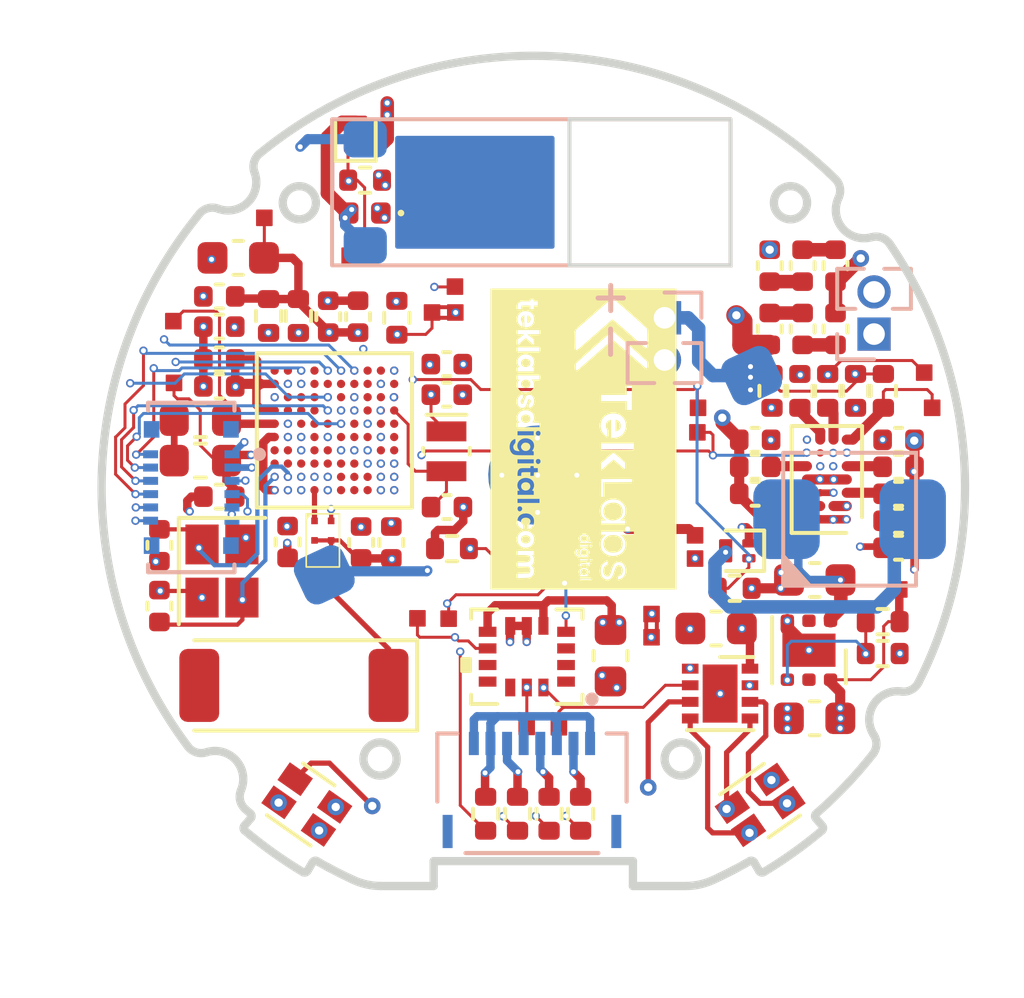
<source format=kicad_pcb>
(kicad_pcb (version 20211014) (generator pcbnew)
  (layers (0 "F.Cu" signal) (1 "In1.Cu" power) (2 "In2.Cu" power) (3 "In3.Cu" signal) (4 "In4.Cu" signal) (31 "B.Cu" signal) (34 "B.Paste" user) (35 "F.Paste" user) (36 "B.SilkS" user "B.Silkscreen") (37 "F.SilkS" user "F.Silkscreen") (38 "B.Mask" user) (39 "F.Mask" user) (44 "Edge.Cuts" user))
  (net 0 "")
  (net 1 "Net-(AE1-Pad1)")
  (net 2 "GNDS")
  (net 3 "GND")
  (net 4 "Net-(C2-Pad1)")
  (net 5 "Net-(C3-Pad1)")
  (net 6 "Net-(C4-Pad1)")
  (net 7 "/MCU/~{nRESET}")
  (net 8 "VDD")
  (net 9 "Net-(C16-Pad1)")
  (net 10 "Net-(C16-Pad2)")
  (net 11 "Net-(C17-Pad2)")
  (net 12 "Net-(C18-Pad2)")
  (net 13 "Net-(C19-Pad2)")
  (net 14 "Net-(C20-Pad2)")
  (net 15 "Net-(C21-Pad2)")
  (net 16 "Net-(C22-Pad2)")
  (net 17 "Net-(C23-Pad2)")
  (net 18 "Net-(C24-Pad2)")
  (net 19 "Net-(C25-Pad2)")
  (net 20 "Net-(C26-Pad2)")
  (net 21 "Net-(C27-Pad2)")
  (net 22 "Net-(C28-Pad2)")
  (net 23 "Net-(D1-Pad1)")
  (net 24 "Net-(D1-Pad2)")
  (net 25 "Net-(D1-Pad3)")
  (net 26 "Net-(D1-Pad4)")
  (net 27 "/MCU/Debug/SWDIO")
  (net 28 "/MCU/Debug/SWCLK")
  (net 29 "/MCU/Debug/TRACECLK")
  (net 30 "/MCU/Debug/TRACED0")
  (net 31 "/MCU/Debug/TRACED1")
  (net 32 "/MCU/Debug/TRACED2")
  (net 33 "+5V")
  (net 34 "/MCU/Debug/TRACED3")
  (net 35 "Net-(U1-PadK4)")
  (net 36 "/MCU/BOOT0")
  (net 37 "Net-(L1-Pad2)")
  (net 38 "Net-(L2-Pad2)")
  (net 39 "Net-(BZ1-Pad2)")
  (net 40 "Net-(D3-Pad2)")
  (net 41 "Net-(R4-Pad2)")
  (net 42 "Net-(R5-Pad1)")
  (net 43 "Net-(R6-Pad1)")
  (net 44 "Net-(R6-Pad2)")
  (net 45 "Net-(TH1-Pad1)")
  (net 57 "/MCU/TOUCH_G2_SCAP")
  (net 62 "/MCU/TOUCH_SCAP")
  (net 99 "/MCU/IMU_INT2")
  (net 100 "/MCU/IMU_INT1")
  (net 110 "/MCU/~{BATT_CHG}")
  (net 111 "Net-(R12-Pad1)")
  (net 112 "Net-(R13-Pad1)")
  (net 113 "Net-(R14-Pad1)")
  (net 114 "Net-(R15-Pad1)")
  (net 115 "Net-(C1-Pad2)")
  (net 116 "Net-(J1-Pad3)")
  (net 117 "Net-(C8-Pad1)")
  (net 118 "Net-(U5-Pad4)")
  (net 119 "/Power & Qi Charging/Wireless Charger/VBATT")
  (net 120 "/LED - Haptic - Buzzer - Touch/TOUCH_SHIELD")
  (net 121 "/LED - Haptic - Buzzer - Touch/TOUCH_IO2")
  (net 122 "/LED - Haptic - Buzzer - Touch/TOUCH_IO3")
  (net 123 "/LED - Haptic - Buzzer - Touch/TOUCH_IO4")
  (net 124 "/LED - Haptic - Buzzer - Touch/MOTOR_EN")
  (net 125 "/LED - Haptic - Buzzer - Touch/BUZZER_EN")
  (net 126 "/LED - Haptic - Buzzer - Touch/I2C.SDA")
  (net 127 "/LED - Haptic - Buzzer - Touch/I2C.SCL")
  (footprint "Resistor_SMD:R_0402_1005Metric" (layer "F.Cu") (at 135.84 98.46 180)
    (fp_text reference "TH1" hide)
    (fp_text value "10k???" hide)
  )
  (footprint "Resistor_SMD:R_0402_1005Metric" (layer "F.Cu") (at 148.81 101.62 180)
    (fp_text reference "R16" hide)
    (fp_text value "1.5M" hide)
  )
  (footprint "TekLabs:MicroJump-Open" (layer "F.Cu") (at 143.16 98.36 -90)
    (fp_text reference "JP1" hide)
    (fp_text value "5V Trace" hide)
  )
  (footprint "Capacitor_SMD:C_0603_1608Metric" (layer "F.Cu") (at 143.79401 100.865401 180)
    (fp_text reference "C32" hide)
    (fp_text value "10uF" hide)
  )
  (footprint "TekLabs:Johanson_2450AT43B100E" (layer "F.Cu") (at 131.08 102.58 180)
    (fp_text reference "AE1" hide)
    (fp_text value "BLE Antenna" hide)
  )
  (footprint "Resistor_SMD:R_0402_1005Metric" (layer "F.Cu") (at 144.35401 99.655401 180)
    (fp_text reference "R11" hide)
    (fp_text value "1M" hide)
  )
  (footprint "Inductor_SMD:L_0603_1608Metric" (layer "F.Cu") (at 128.26401 95.810601 180)
    (fp_text reference "L1" hide)
    (fp_text value "10uH" hide)
  )
  (footprint "Package_DFN_QFN:DFN-8-1EP_2x2mm_P0.5mm_EP1.05x1.75mm" (layer "F.Cu") (at 143.91401 102.825401)
    (fp_text reference "U6" hide)
    (fp_text value "KTD2052" hide)
  )
  (footprint "Capacitor_SMD:C_0603_1608Metric" (layer "F.Cu") (at 146.76401 99.405401 180)
    (fp_text reference "C31" hide)
    (fp_text value "10uF" hide)
  )
  (footprint "TekLabs:MicroTest-1" (layer "F.Cu") (at 134.8 100.56)
    (fp_text reference "TP4" hide)
    (fp_text value "IMU Int2" hide)
  )
  (footprint "Resistor_SMD:R_0402_1005Metric" (layer "F.Cu") (at 148.81 100.66)
    (fp_text reference "R9" hide)
    (fp_text value "3.3M" hide)
  )
  (footprint "Package_TO_SOT_SMD:SOT-883" (layer "F.Cu") (at 132.93401 85.972901 90)
    (fp_text reference "Q1" hide)
    (fp_text value "2N7002" hide)
  )
  (footprint "TekLabs:MicroTest-1" (layer "F.Cu") (at 130.19 88.5)
    (fp_text reference "TP6" hide)
    (fp_text value "VDDSMPS" hide)
  )
  (footprint "Capacitor_SMD:C_0402_1005Metric" (layer "F.Cu") (at 145.40871 89.940401 90)
    (fp_text reference "C16" hide)
    (fp_text value "C1" hide)
  )
  (footprint "TekLabs:MicroTest-1" (layer "F.Cu") (at 132.76 89.64)
    (fp_text reference "TP14" hide)
    (fp_text value "Motor EN" hide)
  )
  (footprint "Capacitor_SMD:C_0402_1005Metric" (layer "F.Cu") (at 147.38991 91.845401 -90)
    (fp_text reference "C19" hide)
    (fp_text value "C2" hide)
  )
  (footprint "Capacitor_SMD:C_0402_1005Metric" (layer "F.Cu") (at 149.288097 97.622575 180)
    (fp_text reference "C28" hide)
    (fp_text value "10uF" hide)
  )
  (footprint "Inductor_SMD:L_0603_1608Metric" (layer "F.Cu") (at 128.26401 94.591401)
    (fp_text reference "L2" hide)
    (fp_text value "10nH" hide)
  )
  (footprint "TekLabs:LSM6DSV16XTR" (layer "F.Cu") (at 138.09401 101.715401 180)
    (fp_text reference "U7" hide)
    (fp_text value "LSM6DSV16XTR" hide)
  )
  (footprint "Resistor_SMD:R_0402_1005Metric" (layer "F.Cu") (at 146.316297 93.710975 -90)
    (fp_text reference "R4" hide)
    (fp_text value "2K4" hide)
  )
  (footprint "Capacitor_SMD:C_0402_1005Metric" (layer "F.Cu") (at 146.39931 89.940401 90)
    (fp_text reference "C17" hide)
    (fp_text value "C1" hide)
  )
  (footprint "Capacitor_SMD:C_0603_1608Metric" (layer "F.Cu") (at 146.76 103.57 180)
    (fp_text reference "C30" hide)
    (fp_text value "10uF" hide)
  )
  (footprint "TekLabs:MicroTest-1" (layer "F.Cu") (at 135.93 90.57)
    (fp_text reference "TP2" hide)
    (fp_text value "nRESET" hide)
  )
  (footprint "Diode_SMD:D_0402_1005Metric" (layer "F.Cu") (at 133.21401 88.355401 180)
    (fp_text reference "D3" hide)
    (fp_text value "1N4148" hide)
  )
  (footprint "TekLabs:MicroTest-1" (layer "F.Cu") (at 135.74 100.57)
    (fp_text reference "TP3" hide)
    (fp_text value "IMU Int1" hide)
  )
  (footprint "Capacitor_SMD:C_0402_1005Metric" (layer "F.Cu") (at 133.01249 91.475401 90)
    (fp_text reference "C12" hide)
    (fp_text value "100nF" hide)
  )
  (footprint "Package_SON:WSON-6-1EP_2x2mm_P0.65mm_EP1x1.6mm" (layer "F.Cu") (at 146.59 101.52 -90)
    (fp_text reference "U5" hide)
    (fp_text value "TLV75533PDRV" hide)
  )
  (footprint "TekLabs:MicroTest-1" (layer "F.Cu") (at 139.06 103.84)
    (fp_text reference "TP1" hide)
    (fp_text value "I2C SDA" hide)
  )
  (footprint "Resistor_SMD:R_0402_1005Metric" (layer "F.Cu") (at 130.31705 91.455401 -90)
    (fp_text reference "R2" hide)
    (fp_text value "1K" hide)
  )
  (footprint "Capacitor_SMD:C_0402_1005Metric" (layer "F.Cu") (at 145.40871 91.845401 -90)
    (fp_text reference "C21" hide)
    (fp_text value "C2" hide)
  )
  (footprint "Capacitor_SMD:C_0402_1005Metric" (layer "F.Cu") (at 149.288097 96.809775 180)
    (fp_text reference "C25" hide)
    (fp_text value "10nF" hide)
  )
  (footprint "TekLabs:MicroJump" (layer "F.Cu") (at 135.58 91.37)
    (fp_text reference "BOOT0" hide)
    (fp_text value "Bridge" hide)
  )
  (footprint "TekLabs:MicroTest-1" (layer "F.Cu") (at 143.23 94.96)
    (fp_text reference "TP9" hide)
    (fp_text value "BATT CHG" hide)
  )
  (footprint "Resistor_SMD:R_0402_1005Metric" (layer "F.Cu") (at 145.478097 93.710975 -90)
    (fp_text reference "R8" hide)
    (fp_text value "47K" hide)
  )
  (footprint "Resistor_SMD:R_0402_1005Metric" (layer "F.Cu") (at 139.71401 106.445401 90)
    (fp_text reference "R12" hide)
    (fp_text value "1K" hide)
  )
  (footprint "Capacitor_SMD:C_0402_1005Metric" (layer "F.Cu") (at 127.03 98.36 90)
    (fp_text reference "C1" hide)
    (fp_text value "18pF" hide)
  )
  (footprint "Capacitor_SMD:C_0402_1005Metric" (layer "F.Cu") (at 147.38991 89.940401 -90)
    (fp_text reference "C18" hide)
    (fp_text value "C1" hide)
  )
  (footprint "LED_SMD:LED_LiteOn_LTST-C19HE1WT" (layer "F.Cu") (at 131.469097 106.167975 -125)
    (fp_text reference "D2" hide)
    (fp_text value "LEDB" hide)
  )
  (footprint "Resistor_SMD:R_0402_1005Metric" (layer "F.Cu") (at 147.992697 93.710975 -90)
    (fp_text reference "R7" hide)
    (fp_text value "220R" hide)
  )
  (footprint "Capacitor_SMD:C_0402_1005Metric" (layer "F.Cu") (at 133.10401 98.275401 -90)
    (fp_text reference "C11" hide)
    (fp_text value "100nF" hide)
  )
  (footprint "Capacitor_SMD:C_0402_1005Metric" (layer "F.Cu") (at 135.68401 93.825401)
    (fp_text reference "C4" hide)
    (fp_text value "12pF" hide)
  )
  (footprint "Capacitor_SMD:C_0402_1005Metric" (layer "F.Cu") (at 144.970097 96.809775)
    (fp_text reference "C24" hide)
    (fp_text value "10nF" hide)
  )
  (footprint "TekLabs:MicroTest-1" (layer "F.Cu") (at 149.31 99.69)
    (fp_text reference "TP12" hide)
    (fp_text value "VBATT" hide)
  )
  (footprint "TekLabs:MicroTest-1" (layer "F.Cu") (at 143.25 94.22)
    (fp_text reference "TP15" hide)
    (fp_text value "Buzzer En" hide)
  )
  (footprint "TekLabs:Teklabs-Logo-Website" (layer "F.Cu") (at 139.8 95.16)
    (fp_text reference "G***" hide)
    (fp_text value "LOGO" hide)
  )
  (footprint "Capacitor_SMD:C_0402_1005Metric" (layer "F.Cu") (at 144.970097 95.184175)
    (fp_text reference "C22" hide)
    (fp_text value "0.47uF" hide)
  )
  (footprint "Capacitor_SMD:C_0402_1005Metric" (layer "F.Cu") (at 128.83401 96.895401 180)
    (fp_text reference "C8" hide)
    (fp_text value "100nF" hide)
  )
  (footprint "Capacitor_SMD:C_0402_1005Metric" (layer "F.Cu") (at 128.83401 90.865401 180)
    (fp_text reference "C7" hide)
    (fp_text value "100nF" hide)
  )
  (footprint "Capacitor_SMD:C_0402_1005Metric" (layer "F.Cu") (at 128.83401 92.762601 180)
    (fp_text reference "C9" hide)
    (fp_text value "100nF" hide)
  )
  (footprint "Resistor_SMD:R_0402_1005Metric" (layer "F.Cu") (at 133.22401 87.365401 180)
    (fp_text reference "R10" hide)
    (fp_text value "1M" hide)
  )
  (footprint "TekLabs:MicroTest-1" (layer "F.Cu") (at 127.45 91.61)
    (fp_text reference "TP7" hide)
    (fp_text value "VLXSMPS" hide)
  )
  (footprint "TekLabs:STM32WB55VGY6TR" (layer "F.Cu") (at 132.3 94.9)
    (fp_text reference "U1" hide)
    (fp_text value "STM32WB55VGY6TR - Seq" hide)
  )
  (footprint "Capacitor_SMD:C_0402_1005Metric" (layer "F.Cu") (at 149.288097 95.184175 180)
    (fp_text reference "C27" hide)
    (fp_text value "0.47uF" hide)
  )
  (footprint "Resistor_SMD:R_0402_1005Metric" (layer "F.Cu") (at 134.18 91.51 90)
    (fp_text reference "R3" hide)
    (fp_text value "47K" hide)
  )
  (footprint "TekLabs:MLPF-WB55-01E3" (layer "F.Cu") (at 131.45151 97.412901)
    (fp_text reference "U3" hide)
    (fp_text value "MLPF-WB55-01E3" hide)
  )
  (footprint "Capacitor_SMD:C_0402_1005Metric" (layer "F.Cu") (at 132.11401 91.475401 90)
    (fp_text reference "C10" hide)
    (fp_text value "100nF" hide)
  )
  (footprint "Crystal:Crystal_SMD_MicroCrystal_CM9V-T1A-2Pin_1.6x1.0mm" (layer "F.Cu") (at 135.67401 95.53 -90)
    (fp_text reference "Y2" hide)
    (fp_text value "32768kHz" hide)
  )
  (footprint "LED_SMD:LED_LiteOn_LTST-C19HE1WT" (layer "F.Cu") (at 145.119097 106.177975 125)
    (fp_text reference "D1" hide)
    (fp_text value "LEDA" hide)
  )
  (footprint "Capacitor_SMD:C_0402_1005Metric" (layer "F.Cu") (at 146.39931 91.845401 90)
    (fp_text reference "C20" hide)
    (fp_text value "C2" hide)
  )
  (footprint "Capacitor_SMD:C_0402_1005Metric" (layer "F.Cu") (at 149.288097 95.996975 180)
    (fp_text reference "C26" hide)
    (fp_text value "22nF" hide)
  )
  (footprint "TekLabs:MicroTest-1" (layer "F.Cu") (at 150.06 93.16)
    (fp_text reference "TP13" hide)
    (fp_text value "VDD" hide)
  )
  (footprint "Package_TO_SOT_SMD:SOT-883" (layer "F.Cu") (at 144.43151 98.525401 180)
    (fp_text reference "Q2" hide)
    (fp_text value "2N7002" hide)
  )
  (footprint "TekLabs:MicroTest-1" (layer "F.Cu") (at 127.47 93.47)
    (fp_text reference "TP8" hide)
    (fp_text value "VFBSMPS" hide)
  )
  (footprint "Capacitor_SMD:C_0603_1608Metric" (layer "F.Cu") (at 140.61401 101.685401 -90)
    (fp_text reference "C33" hide)
    (fp_text value "10uF" hide)
  )
  (footprint "Resistor_SMD:R_0402_1005Metric" (layer "F.Cu") (at 138.76401 106.445401 90)
    (fp_text reference "R14" hide)
    (fp_text value "1K" hide)
  )
  (footprint "TekLabs:MicroTest-1" (layer "F.Cu") (at 137.39 98.99)
    (fp_text reference "TP10" hide)
    (fp_text value "TS/CTRL" hide)
  )
  (footprint "Resistor_SMD:R_0402_1005Metric" (layer "F.Cu") (at 137.81401 106.445401 90)
    (fp_text reference "R15" hide)
    (fp_text value "1K" hide)
  )
  (footprint "Capacitor_SMD:C_0402_1005Metric" (layer "F.Cu") (at 128.83401 93.575401 180)
    (fp_text reference "C15" hide)
    (fp_text value "100nF" hide)
  )
  (footprint "Crystal:Crystal_SMD_EuroQuartz_X22-4Pin_2.5x2.0mm" (layer "F.Cu") (at 128.91401 99.135401 -90)
    (fp_text reference "Y1" hide)
    (fp_text value "32MHz" hide)
  )
  (footprint "Capacitor_SMD:C_0402_1005Metric" (layer "F.Cu") (at 128.83401 91.775401)
    (fp_text reference "C35" hide)
    (fp_text value "47nF" hide)
  )
  (footprint "TekLabs:MicroTest-1" (layer "F.Cu") (at 138.09 103.83)
    (fp_text reference "TP5" hide)
    (fp_text value "I2C SCL" hide)
  )
  (footprint "Capacitor_SMD:C_0402_1005Metric" (layer "F.Cu") (at 135.68401 92.905401 180)
    (fp_text reference "C34" hide)
    (fp_text value "1uF" hide)
  )
  (footprint "Package_BGA:Texas_DSBGA-28_1.9x3.0mm_Layout4x7_P0.4mm" (layer "F.Cu") (at 147.129097 96.377975 180)
    (fp_text reference "U4" hide)
    (fp_text value "BQ51052BYFP" hide)
  )
  (footprint "Capacitor_SMD:C_0402_1005Metric" (layer "F.Cu") (at 135.69 97.21)
    (fp_text reference "C3" hide)
    (fp_text value "12pF" hide)
  )
  (footprint "Resistor_SMD:R_0402_1005Metric" (layer "F.Cu") (at 147.154497 93.710975 90)
    (fp_text reference "R5" hide)
    (fp_text value "100K" hide)
  )
  (footprint "Capacitor_SMD:C_0402_1005Metric" (layer "F.Cu") (at 134.01401 98.275401 -90)
    (fp_text reference "C13" hide)
    (fp_text value "100nF" hide)
  )
  (footprint "Resistor_SMD:R_0402_1005Metric" (layer "F.Cu") (at 136.85401 106.445401 90)
    (fp_text reference "R13" hide)
    (fp_text value "1K" hide)
  )
  (footprint "Capacitor_SMD:C_0402_1005Metric" (layer "F.Cu") (at 130.89 98.26 -90)
    (fp_text reference "C14" hide)
    (fp_text value "100nF" hide)
  )
  (footprint "TekLabs:MicroJump" (layer "F.Cu") (at 141.83 100.77 -90)
    (fp_text reference "JP2" hide)
    (fp_text value "Batt Source" hide)
  )
  (footprint "Resistor_SMD:R_0402_1005Metric" (layer "F.Cu") (at 148.830897 93.710975 90)
    (fp_text reference "R6" hide)
    (fp_text value "820R" hide)
  )
  (footprint "Resistor_SMD:R_0402_1005Metric" (layer "F.Cu") (at 131.21553 91.455401 -90)
    (fp_text reference "R1" hide)
    (fp_text value "1K" hide)
  )
  (footprint "Capacitor_SMD:C_0402_1005Metric" (layer "F.Cu") (at 144.970097 95.996975)
    (fp_text reference "C23" hide)
    (fp_text value "22nF" hide)
  )
  (footprint "Capacitor_SMD:C_0402_1005Metric" (layer "F.Cu") (at 149.288097 98.435375 180)
    (fp_text reference "C29" hide)
    (fp_text value "10uF" hide)
  )
  (footprint "Capacitor_SMD:C_0402_1005Metric" (layer "F.Cu") (at 127.03 100.19 90)
    (fp_text reference "C2" hide)
    (fp_text value "18pF" hide)
  )
  (footprint "TekLabs:MicroTest-1" (layer "F.Cu") (at 150.3 94.22)
    (fp_text reference "TP11" hide)
    (fp_text value "ILIM" hide)
  )
  (footprint "Capacitor_SMD:C_0603_1608Metric" (layer "F.Cu") (at 129.40401 89.705401 180)
    (fp_text reference "C6" hide)
    (fp_text value "4.7uF" hide)
  )
  (footprint "Connector_PinHeader_1.27mm:PinHeader_1x02_P1.27mm_Vertical" (layer "B.Cu") (at 148.55 92)
    (fp_text reference "L3" hide)
    (fp_text value "RX Coil" hide)
  )
  (footprint "TekLabs:Transducer TE044003-4" (layer "B.Cu") (at 149.81401 95.575401 180)
    (fp_text reference "BZ1" hide)
    (fp_text value "Buzzer" hide)
  )
  (footprint "TekLabs:MOLEX_5034800800" (layer "B.Cu") (at 138.249097 104.327975 180)
    (fp_text reference "J2" hide)
    (fp_text value "Touch FFC" hide)
  )
  (footprint "Connector_PinHeader_1.27mm:PinHeader_1x02_P1.27mm_Vertical" (layer "B.Cu") (at 142.24 91.51 180)
    (fp_text reference "J3" hide)
    (fp_text value "ExtBatt" hide)
  )
  (footprint "TekLabs:SMT Motor VZ43FM1B8230001L" (layer "B.Cu") (at 144.22901 89.930401 90)
    (fp_text reference "M1" hide)
    (fp_text value "Motor_DC" hide)
    (fp_rect (start 0 0) (end 4.4 -4.85) (layer "Edge.Cuts") (width 0.12) (fill none))
  )
  (footprint "TekLabs:MOLEX_5035481220" (layer "B.Cu") (at 127.99 96.62 -90)
    (fp_text reference "J1" hide)
    (fp_text value "SWD Trace" hide)
  )
  (footprint "TekLabs:CP1254 Battery" (layer "B.Cu") (at 138.43 96.25 25)
    (fp_text reference "BT1" hide)
    (fp_text value "Battery_Cell" hide)
  )
  (gr_arc (start 148.514624 104.648598) (mid 147.70401 105.585401) (end 146.807905 106.440792) (layer "Edge.Cuts") (width 0.25))
  (gr_arc (start 149.887187 102.494104) (mid 149.672663 102.711352) (end 149.37181 102.763357) (layer "Edge.Cuts") (width 0.25))
  (gr_arc (start 146.980562 106.950876) (mid 146.129356 107.610811) (end 145.228249 108.200789) (layer "Edge.Cuts") (width 0.25))
  (gr_arc (start 127.888718 104.418721) (mid 125.29296 96.336659) (end 128.238782 88.375514) (layer "Edge.Cuts") (width 0.25))
  (gr_line (start 135.289866 108.620252) (end 133.70729 108.620252) (layer "Edge.Cuts") (width 0.25))
  (gr_arc (start 129.771827 106.440792) (mid 129.806025 106.50887) (end 129.782344 106.58128) (layer "Edge.Cuts") (width 0.25))
  (gr_arc (start 149.021279 89.282897) (mid 151.262032 95.770011) (end 149.887187 102.494104) (layer "Edge.Cuts") (width 0.25))
  (gr_line (start 144.938425 107.907265) (end 145.090691 108.165761) (layer "Edge.Cuts") (width 0.25))
  (gr_circle (center 131.24401 88.045401) (end 131.74401 88.045401) (layer "Edge.Cuts") (width 0.25) (fill none))
  (gr_arc (start 131.351483 108.200789) (mid 130.450376 107.610811) (end 129.59917 106.950876) (layer "Edge.Cuts") (width 0.25))
  (gr_arc (start 129.59917 106.950876) (mid 129.563883 106.882571) (end 129.587504 106.809408) (layer "Edge.Cuts") (width 0.25))
  (gr_arc (start 144.802167 107.871471) (mid 144.260635 108.167975) (end 143.705637 108.438434) (layer "Edge.Cuts") (width 0.25))
  (gr_arc (start 146.797388 106.58128) (mid 146.773707 106.50887) (end 146.807905 106.440792) (layer "Edge.Cuts") (width 0.25))
  (gr_arc (start 128.238782 88.375514) (mid 128.495242 88.209847) (end 128.80022 88.224191) (layer "Edge.Cuts") (width 0.25))
  (gr_line (start 129.782344 106.58128) (end 129.587504 106.809408) (layer "Edge.Cuts") (width 0.25))
  (gr_arc (start 148.540842 104.067716) (mid 148.620855 104.36236) (end 148.514624 104.648598) (layer "Edge.Cuts") (width 0.25))
  (gr_arc (start 132.874095 108.438434) (mid 132.319097 108.167975) (end 131.777565 107.871471) (layer "Edge.Cuts") (width 0.25))
  (gr_arc (start 131.489041 108.165761) (mid 131.427555 108.211915) (end 131.351483 108.200789) (layer "Edge.Cuts") (width 0.25))
  (gr_line (start 141.289866 107.870252) (end 135.289866 107.870252) (layer "Edge.Cuts") (width 0.25))
  (gr_arc (start 129.771827 106.440792) (mid 129.69291 106.371783) (end 129.614553 106.302139) (layer "Edge.Cuts") (width 0.25))
  (gr_arc (start 148.475166 89.083218) (mid 147.597305 88.810382) (end 147.481054 87.898481) (layer "Edge.Cuts") (width 0.25))
  (gr_arc (start 145.228249 108.200789) (mid 145.152177 108.211915) (end 145.090691 108.165761) (layer "Edge.Cuts") (width 0.25))
  (gr_line (start 135.289866 107.870252) (end 135.289866 108.620252) (layer "Edge.Cuts") (width 0.25))
  (gr_circle (center 133.67401 104.795401) (end 134.17401 104.795401) (layer "Edge.Cuts") (width 0.25) (fill none))
  (gr_arc (start 146.992228 106.809408) (mid 147.015849 106.882571) (end 146.980562 106.950876) (layer "Edge.Cuts") (width 0.25))
  (gr_arc (start 143.705637 108.438434) (mid 143.298843 108.574269) (end 142.872442 108.620252) (layer "Edge.Cuts") (width 0.25))
  (gr_line (start 142.872442 108.620252) (end 141.289866 108.620252) (layer "Edge.Cuts") (width 0.25))
  (gr_arc (start 133.70729 108.620252) (mid 133.280889 108.574269) (end 132.874095 108.438434) (layer "Edge.Cuts") (width 0.25))
  (gr_arc (start 129.614553 106.302139) (mid 129.460231 106.038697) (end 129.487864 105.734635) (layer "Edge.Cuts") (width 0.25))
  (gr_arc (start 147.37924 87.325991) (mid 147.521924 87.595914) (end 147.481054 87.898481) (layer "Edge.Cuts") (width 0.25))
  (gr_arc (start 129.893805 87.130606) (mid 129.879461 86.825628) (end 130.045128 86.569168) (layer "Edge.Cuts") (width 0.25))
  (gr_arc (start 128.443021 104.594389) (mid 128.137708 104.595416) (end 127.888718 104.418721) (layer "Edge.Cuts") (width 0.25))
  (gr_arc (start 148.475166 89.083218) (mid 148.780234 89.095509) (end 149.021279 89.282897) (layer "Edge.Cuts") (width 0.25))
  (gr_arc (start 130.045128 86.569168) (mid 138.856918 83.632625) (end 147.37924 87.325991) (layer "Edge.Cuts") (width 0.25))
  (gr_arc (start 131.641307 107.907265) (mid 131.702063 107.8613) (end 131.777565 107.871471) (layer "Edge.Cuts") (width 0.25))
  (gr_circle (center 142.74401 104.795401) (end 143.24401 104.795401) (layer "Edge.Cuts") (width 0.25) (fill none))
  (gr_line (start 131.489041 108.165761) (end 131.641307 107.907265) (layer "Edge.Cuts") (width 0.25))
  (gr_arc (start 129.893805 87.130606) (mid 129.698519 88.028905) (end 128.80022 88.224191) (layer "Edge.Cuts") (width 0.25))
  (gr_circle (center 146.03401 88.045401) (end 146.53401 88.045401) (layer "Edge.Cuts") (width 0.25) (fill none))
  (gr_line (start 141.289866 108.620252) (end 141.289866 107.870252) (layer "Edge.Cuts") (width 0.25))
  (gr_arc (start 144.802167 107.871471) (mid 144.877669 107.8613) (end 144.938425 107.907265) (layer "Edge.Cuts") (width 0.25))
  (gr_line (start 146.992228 106.809408) (end 146.797388 106.58128) (layer "Edge.Cuts") (width 0.25))
  (gr_arc (start 128.443021 104.594389) (mid 129.331947 104.828673) (end 129.487864 105.734635) (layer "Edge.Cuts") (width 0.25))
  (gr_arc (start 148.540842 104.067716) (mid 148.537072 103.148442) (end 149.37181 102.763357) (layer "Edge.Cuts") (width 0.25))
  (gr_text "-" (at 140.69 92.23 -90) (layer "B.SilkS") (effects (font (size 1 1)) (justify mirror)))
  (gr_text "+" (at 140.62 90.84) (layer "B.SilkS") (effects (font (size 1 1)) (justify mirror)))
  (segment (start 131.70151 99.25151) (end 131.70151 98.799901) (width 0.156464) (layer "F.Cu") (net 1))
  (segment (start 133.93 101.48) (end 131.70151 99.25151) (width 0.156464) (layer "F.Cu") (net 1))
  (segment (start 133.93 102.58) (end 133.93 101.48) (width 0.156464) (layer "F.Cu") (net 1))
  (segment (start 130.323224 95.1) (end 130.158489 95.264735) (width 0.254) (layer "F.Cu") (net 3))
  (segment (start 127.994599 96.895401) (end 128.35401 96.895401) (width 0.254) (layer "F.Cu") (net 3))
  (segment (start 130.88 98.73) (end 130.89 98.74) (width 0.254) (layer "F.Cu") (net 3))
  (segment (start 133.01249 90.995401) (end 132.11401 90.995401) (width 0.254) (layer "F.Cu") (net 3))
  (segment (start 132.20151 97.27151) (end 132.2 97.27) (width 0.127) (layer "F.Cu") (net 3))
  (segment (start 127.87 97.27) (end 127.87 97.02) (width 0.254) (layer "F.Cu") (net 3))
  (segment (start 132.20151 97.625901) (end 132.20151 97.27151) (width 0.127) (layer "F.Cu") (net 3))
  (segment (start 130.24 96.7) (end 130.5 96.7) (width 0.254) (layer "F.Cu") (net 3))
  (segment (start 138.09401 100.788301) (end 137.593884 100.788301) (width 0.254) (layer "F.Cu") (net 3))
  (segment (start 127.94 97.34) (end 127.87 97.27) (width 0.254) (layer "F.Cu") (net 3))
  (segment (start 135.33 97.99) (end 135.33 98.46) (width 0.254) (layer "F.Cu") (net 3))
  (segment (start 137.588495 100.79369) (end 137.593884 100.788301) (width 0.254) (layer "F.Cu") (net 3))
  (segment (start 135.92 97.9) (end 135.42 97.9) (width 0.254) (layer "F.Cu") (net 3))
  (segment (start 131.70151 98.212901) (end 132.20151 98.212901) (width 0.127) (layer "F.Cu") (net 3))
  (segment (start 130.158489 95.264735) (end 130.158489 96.618489) (width 0.254) (layer "F.Cu") (net 3))
  (segment (start 136.18 97.21) (end 136.18 97.64) (width 0.254) (layer "F.Cu") (net 3))
  (segment (start 149.768097 97.622575) (end 149.768097 98.435375) (width 0.254) (layer "F.Cu") (net 3))
  (segment (start 146.529097 97.577975) (end 146.929097 97.577975) (width 0.254) (layer "F.Cu") (net 3))
  (segment (start 145.94 100.87) (end 146.59 101.52) (width 0.4064) (layer "F.Cu") (net 3))
  (segment (start 135.42 97.9) (end 135.33 97.99) (width 0.254) (layer "F.Cu") (net 3))
  (segment (start 134.009212 98.755401) (end 134.03 98.776189) (width 0.254) (layer "F.Cu") (net 3))
  (segment (start 132.20151 98.212901) (end 132.20151 98.799901) (width 0.127) (layer "F.Cu") (net 3))
  (segment (start 147.329097 97.577975) (end 146.929097 97.577975) (width 0.254) (layer "F.Cu") (net 3))
  (segment (start 149.768097 99.081903) (end 149.76 99.09) (width 0.254) (layer "F.Cu") (net 3))
  (segment (start 145.94 100.6325) (end 145.94 100.87) (width 0.4064) (layer "F.Cu") (net 3))
  (segment (start 144.78151 97.89151) (end 144.71 97.82) (width 0.254) (layer "F.Cu") (net 3))
  (segment (start 147.729097 97.577975) (end 147.329097 97.577975) (width 0.254) (layer "F.Cu") (net 3))
  (segment (start 144.86401 99.655401) (end 145.73901 99.655401) (width 0.3048) (layer "F.Cu") (net 3))
  (segment (start 132.96 98.71) (end 132.462901 98.212901) (width 0.127) (layer "F.Cu") (net 3))
  (segment (start 130.5 95.1) (end 130.323224 95.1) (width 0.254) (layer "F.Cu") (net 3))
  (segment (start 133.224599 98.755401) (end 134.009212 98.755401) (width 0.254) (layer "F.Cu") (net 3))
  (segment (start 133.687099 86.322901) (end 133.89 86.12) (width 0.4064) (layer "F.Cu") (net 3))
  (segment (start 127.055 99.735) (end 128.113609 99.735) (width 0.127) (layer "F.Cu") (net 3))
  (segment (start 127.87 97.02) (end 127.994599 96.895401) (width 0.254) (layer "F.Cu") (net 3))
  (segment (start 137.588495 101.271505) (end 137.588495 100.79369) (width 0.254) (layer "F.Cu") (net 3))
  (segment (start 133.89 86.12) (end 133.89 85.4) (width 0.4064) (layer "F.Cu") (net 3))
  (segment (start 144.71 97.82) (end 144.57 97.82) (width 0.254) (layer "F.Cu") (net 3))
  (segment (start 138.09 101.27) (end 138.09 100.792311) (width 0.254) (layer "F.Cu") (net 3))
  (segment (start 138.09 100.792311) (end 138.09401 100.788301) (width 0.254) (layer "F.Cu") (net 3))
  (segment (start 136.18 97.64) (end 135.92 97.9) (width 0.254) (layer "F.Cu") (net 3))
  (segment (start 128.35401 93.575401) (end 128.35401 91.775401) (width 0.254) (layer "F.Cu") (net 3))
  (segment (start 128.113609 99.735) (end 128.31401 99.935401) (width 0.127) (layer "F.Cu") (net 3))
  (segment (start 133.89 85.4) (end 133.89 85.04) (width 0.4064) (layer "F.Cu") (net 3))
  (segment (start 149.768097 98.435375) (end 149.768097 99.081903) (width 0.254) (layer "F.Cu") (net 3))
  (segment (start 130.158489 96.618489) (end 130.24 96.7) (width 0.254) (layer "F.Cu") (net 3))
  (segment (start 132.462901 98.212901) (end 132.20151 98.212901) (width 0.127) (layer "F.Cu") (net 3))
  (segment (start 144.78151 98.300401) (end 144.78151 97.89151) (width 0.254) (layer "F.Cu") (net 3))
  (segment (start 130.88 98.29) (end 130.88 98.73) (width 0.254) (layer "F.Cu") (net 3))
  (segment (start 133.15901 86.322901) (end 133.687099 86.322901) (width 0.4064) (layer "F.Cu") (net 3))
  (via (at 129.21 97.43) (size 0.25) (drill 0.15) (layers "F.Cu" "B.Cu") (net 3))
  (via (at 147.32 97.59) (size 0.25) (drill 0.15) (layers "F.Cu" "B.Cu") (net 3))
  (via (at 146.59 101.52) (size 0.25) (drill 0.15) (layers "F.Cu" "B.Cu") (net 3))
  (via (at 134.1 95.9) (size 0.25) (drill 0.15) (layers "F.Cu" "B.Cu") (net 3))
  (via (at 144.57 97.82) (size 0.25) (drill 0.15) (layers "F.Cu" "B.Cu") (net 3))
  (via (at 138.42 96.25) (size 0.25) (drill 0.15) (layers "F.Cu" "B.Cu") (net 3))
  (via (at 132.2 97.27) (size 0.25) (drill 0.15) (layers "F.Cu" "B.Cu") (net 3))
  (via (at 140.8 102.65) (size 0.25) (drill 0.15) (layers "F.Cu" "B.Cu") (net 3))
  (via (at 145.94 100.6325) (size 0.25) (drill 0.15) (layers "F.Cu" "B.Cu") (net 3))
  (via (at 129.634502 98.13) (size 0.25) (drill 0.15) (layers "F.Cu" "B.Cu") (net 3))
  (via (at 145.75 99.18) (size 0.25) (drill 0.15) (layers "F.Cu" "B.Cu") (net 3))
  (via (at 131.7 96.3) (size 0.25) (drill 0.15) (layers "F.Cu" "B.Cu") (net 3))
  (via (at 145.94 103.57) (size 0.25) (drill 0.15) (layers "F.Cu" "B.Cu") (net 3))
  (via (at 134.03 98.776189) (size 0.25) (drill 0.15) (layers "F.Cu" "B.Cu") (net 3))
  (via (at 130.5 96.7) (size 0.25) (drill 0.15) (layers "F.Cu" "B.Cu") (net 3))
  (via (at 147.72 97.58) (size 0.25) (drill 0.15) (layers "F.Cu" "B.Cu") (net 3))
  (via (at 145.73901 99.655401) (size 0.25) (drill 0.15) (layers "F.Cu" "B.Cu") (net 3))
  (via (at 128.35401 93.575401) (size 0.25) (drill 0.15) (layers "F.Cu" "B.Cu") (net 3))
  (via (at 137.34 96.25) (size 0.25) (drill 0.15) (layers "F.Cu" "B.Cu") (net 3))
  (via (at 138.42 97.37) (size 0.25) (drill 0.15) (layers "F.Cu" "B.Cu") (net 3))
  (via (at 130.9 96.7) (size 0.25) (drill 0.15) (layers "F.Cu" "B.Cu") (net 3))
  (via (at 128.35401 91.775401) (size 0.25) (drill 0.15) (layers "F.Cu" "B.Cu") (net 3))
  (via (at 140.36 102.28) (size 0.25) (drill 0.15) (layers "F.Cu" "B.Cu") (net 3))
  (via (at 126.92 98.85) (size 0.25) (drill 0.15) (layers "F.Cu" "B.Cu") (net 3))
  (via (at 134.16 91.02) (size 0.25) (drill 0.15) (layers "F.Cu" "B.Cu") (net 3))
  (via (at 133.89 85.04) (size 0.25) (drill 0.15) (layers "F.Cu" "B.Cu") (net 3))
  (via (at 136.16 93.83) (size 0.25) (drill 0.15) (layers "F.Cu" "B.Cu") (net 3))
  (via (at 137.588495 101.271505) (size 0.25) (drill 0.15) (layers "F.Cu" "B.Cu") (net 3))
  (via (at 128.35 90.86) (size 0.25) (drill 0.15) (layers "F.Cu" "B.Cu") (net 3))
  (via (at 132.1 96.3) (size 0.25) (drill 0.15) (layers "F.Cu" "B.Cu") (net 3))
  (via (at 130.9 93.5) (size 0.25) (drill 0.15) (layers "F.Cu" "B.Cu") (net 3))
  (via (at 149.76 99.09) (size 0.25) (drill 0.15) (layers "F.Cu" "B.Cu") (net 3))
  (via (at 131.3 96.7) (size 0.25) (drill 0.15) (layers "F.Cu" "B.Cu") (net 3))
  (via (at 144.86401 99.655401) (size 0.25) (drill 0.15) (layers "F.Cu" "B.Cu") (net 3))
  (via (at 136.18 92.91) (size 0.25) (drill 0.15) (layers "F.Cu" "B.Cu") (net 3))
  (via (at 130.88 98.29) (size 0.25) (drill 0.15) (layers "F.Cu" "B.Cu") (net 3))
  (via (at 146.53 95.18) (size 0.25) (drill 0.15) (layers "F.Cu" "B.Cu") (net 3))
  (via (at 138.09 101.27) (size 0.25) (drill 0.15) (layers "F.Cu" "B.Cu") (net 3))
  (via (at 128.31401 99.935401) (size 0.25) (drill 0.15) (layers "F.Cu" "B.Cu") (net 3))
  (via (at 133.83 87.52) (size 0.25) (drill 0.15) (layers "F.Cu" "B.Cu") (net 3))
  (via (at 145.94 103.88) (size 0.25) (drill 0.15) (layers "F.Cu" "B.Cu") (net 3))
  (via (at 143.92 102.83) (size 0.25) (drill 0.15) (layers "F.Cu" "B.Cu") (net 3))
  (via (at 138.41 95.13) (size 0.25) (drill 0.15) (layers "F.Cu" "B.Cu") (net 3))
  (via (at 132.1 91) (size 0.25) (drill 0.15) (layers "F.Cu" "B.Cu") (net 3))
  (via (at 133.63 87.21) (size 0.25) (drill 0.15) (layers "F.Cu" "B.Cu") (net 3))
  (via (at 133.7 96.3) (size 0.25) (drill 0.15) (layers "F.Cu" "B.Cu") (net 3))
  (via (at 128.6 89.75) (size 0.25) (drill 0.15) (layers "F.Cu" "B.Cu") (net 3))
  (via (at 133.89 85.4) (size 0.25) (drill 0.15) (layers "F.Cu" "B.Cu") (net 3))
  (via (at 127.055 99.735) (size 0.25) (drill 0.15) (layers "F.Cu" "B.Cu") (net 3))
  (via (at 127.94 97.34) (size 0.25) (drill 0.15) (layers "F.Cu" "B.Cu") (net 3))
  (via (at 145.94 103.27) (size 0.25) (drill 0.15) (layers "F.Cu" "B.Cu") (net 3))
  (via (at 139.6 96.25) (size 0.25) (drill 0.15) (layers "F.Cu" "B.Cu") (net 3))
  (via (at 133.7 93.5) (size 0.25) (drill 0.15) (layers "F.Cu" "B.Cu") (net 3))
  (via (at 146.33 93.23) (size 0.25) (drill 0.15) (layers "F.Cu" "B.Cu") (net 3))
  (via (at 149.33 101.62) (size 0.25) (drill 0.15) (layers "F.Cu" "B.Cu") (net 3))
  (via (at 148 94.24) (size 0.25) (drill 0.15) (layers "F.Cu" "B.Cu") (net 3))
  (via (at 136.18 97.21) (size 0.25) (drill 0.15) (layers "F.Cu" "B.Cu") (net 3))
  (via (at 143.01 100.88) (size 0.25) (drill 0.15) (layers "F.Cu" "B.Cu") (net 3))
  (via (at 144.8 102.58) (size 0.25) (drill 0.15) (layers "F.Cu" "B.Cu") (net 3))
  (segment (start 129.21 97.43) (end 129.21 97.225) (width 0.127) (layer "B.Cu") (net 3))
  (segment (start 129.21 97.43) (end 129.21 97.615) (width 0.127) (layer "B.Cu") (net 3))
  (segment (start 127.11 100.75) (end 129.38 100.75) (width 0.127) (layer "F.Cu") (net 4))
  (segment (start 129.38 100.75) (end 129.53 100.6) (width 0.127) (layer "F.Cu") (net 4))
  (segment (start 129.53 100.6) (end 129.53 100) (width 0.127) (layer "F.Cu") (net 4))
  (segment (start 127.03 100.67) (end 127.11 100.75) (width 0.127) (layer "F.Cu") (net 4))
  (via (at 130.5 96.3) (size 0.25) (drill 0.15) (layers "F.Cu" "B.Cu") (net 4))
  (via (at 129.53 100) (size 0.25) (drill 0.15) (layers "F.Cu" "B.Cu") (net 4))
  (segment (start 130.221989 96.578011) (end 130.221989 98.808011) (width 0.127) (layer "B.Cu") (net 4))
  (segment (start 129.53 99.5) (end 129.53 100) (width 0.127) (layer "B.Cu") (net 4))
  (segment (start 130.5 96.3) (end 130.221989 96.578011) (width 0.127) (layer "B.Cu") (net 4))
  (segment (start 130.221989 98.808011) (end 129.53 99.5) (width 0.127) (layer "B.Cu") (net 4))
  (segment (start 135.21 97.21) (end 135.67401 96.74599) (width 0.09) (layer "F.Cu") (net 5))
  (segment (start 135.67401 96.74599) (end 135.67401 96.13) (width 0.09) (layer "F.Cu") (net 5))
  (segment (start 134.1 94.3) (end 134.52 94.72) (width 0.09) (layer "F.Cu") (net 5))
  (segment (start 134.74 96.13) (end 135.67401 96.13) (width 0.09) (layer "F.Cu") (net 5))
  (segment (start 134.52 95.91) (end 134.74 96.13) (width 0.09) (layer "F.Cu") (net 5))
  (segment (start 134.52 94.72) (end 134.52 95.91) (width 0.09) (layer "F.Cu") (net 5))
  (segment (start 135.21 94.46599) (end 135.67401 94.93) (width 0.09) (layer "F.Cu") (net 6))
  (segment (start 135.21 93.831391) (end 135.21 94.46599) (width 0.09) (layer "F.Cu") (net 6))
  (via (at 133.69 94.3) (size 0.25) (drill 0.15) (layers "F.Cu" "B.Cu") (net 6))
  (via (at 135.21 93.82) (size 0.25) (drill 0.15) (layers "F.Cu" "B.Cu") (net 6))
  (segment (start 135.31 90.58) (end 135.92 90.58) (width 0.09) (layer "F.Cu") (net 7))
  (via (at 135.31 90.58) (size 0.25) (drill 0.15) (layers "F.Cu" "B.Cu") (net 7))
  (via (at 129.682364 97.336556) (size 0.25) (drill 0.15) (layers "F.Cu" "B.Cu") (net 7))
  (via (at 133.7 95.1) (size 0.25) (drill 0.15) (layers "F.Cu" "B.Cu") (net 7))
  (segment (start 129.53 96.82) (end 129.215 96.82) (width 0.09) (layer "B.Cu") (net 7))
  (segment (start 129.682364 97.336556) (end 129.682364 96.972364) (width 0.09) (layer "B.Cu") (net 7))
  (segment (start 129.682364 96.972364) (end 129.53 96.82) (width 0.09) (layer "B.Cu") (net 7))
  (segment (start 140.5 100.02) (end 140.65 100.17) (width 0.254) (layer "F.Cu") (net 8))
  (segment (start 129.97 92.8) (end 129.932601 92.762601) (width 0.254) (layer "F.Cu") (net 8))
  (segment (start 129.31401 90.865401) (end 129.378609 90.93) (width 0.254) (layer "F.Cu") (net 8))
  (segment (start 131.21553 90.945401) (end 131.21553 89.88553) (width 0.254) (layer "F.Cu") (net 8))
  (segment (start 130.5 94.3) (end 130.121391 94.3) (width 0.254) (layer "F.Cu") (net 8))
  (segment (start 136.91291 100.39709) (end 136.91291 100.965212) (width 0.254) (layer "F.Cu") (net 8))
  (segment (start 130.5 93.5) (end 130.08 93.5) (width 0.254) (layer "F.Cu") (net 8))
  (segment (start 138.594136 100.165864) (end 138.74 100.02) (width 0.254) (layer "F.Cu") (net 8))
  (segment (start 132.14 91.95) (end 133.007089 91.95) (width 0.254) (layer "F.Cu") (net 8))
  (segment (start 138.594136 100.788301) (end 138.594136 100.165864) (width 0.254) (layer "F.Cu") (net 8))
  (segment (start 129.31401 93.575401) (end 129.31401 92.762601) (width 0.254) (layer "F.Cu") (net 8))
  (segment (start 147.24 100.55) (end 147.55 100.24) (width 0.4064) (layer "F.Cu") (net 8))
  (segment (start 138.74 100.02) (end 140.5 100.02) (width 0.254) (layer "F.Cu") (net 8))
  (segment (start 131.21553 90.945401) (end 131.21553 91.02553) (width 0.254) (layer "F.Cu") (net 8))
  (segment (start 129.95 93.63) (end 130.08 93.5) (width 0.254) (layer "F.Cu") (net 8))
  (segment (start 131.21553 91.02553) (end 132.14 91.95) (width 0.254) (layer "F.Cu") (net 8))
  (segment (start 150.06 93.16) (end 149.696455 92.796455) (width 0.09) (layer "F.Cu") (net 8))
  (segment (start 147.24 100.6325) (end 147.24 100.55) (width 0.4064) (layer "F.Cu") (net 8))
  (segment (start 129.95 94.128609) (end 129.95 93.63) (width 0.254) (layer "F.Cu") (net 8))
  (segment (start 129.378609 90.93) (end 130.301649 90.93) (width 0.254) (layer "F.Cu") (net 8))
  (segment (start 130.301649 90.93) (end 130.31705 90.945401) (width 0.254) (layer "F.Cu") (net 8))
  (segment (start 149.696455 92.796455) (end 147.559017 92.796455) (width 0.09) (layer "F.Cu") (net 8))
  (segment (start 130.121391 94.3) (end 129.95 94.128609) (width 0.254) (layer "F.Cu") (net 8))
  (segment (start 138.594136 100.165864) (end 137.144136 100.165864) (width 0.254) (layer "F.Cu") (net 8))
  (segment (start 130.19 88.5) (end 130.19 89.694411) (width 0.09) (layer "F.Cu") (net 8))
  (segment (start 129.4 93.5) (end 130.08 93.5) (width 0.3048) (layer "F.Cu") (net 8))
  (segment (start 131.035401 89.705401) (end 130.17901 89.705401) (width 0.254) (layer "F.Cu") (net 8))
  (segment (start 129.319304 93.580696) (end 129.4 93.5) (width 0.3048) (layer "F.Cu") (net 8))
  (segment (start 130.08 93.5) (end 129.97 93.39) (width 0.254) (layer "F.Cu") (net 8))
  (segment (start 140.65 100.17) (end 140.65 100.874411) (width 0.254) (layer "F.Cu") (net 8))
  (segment (start 147.55 100.24) (end 147.55 99.416391) (width 0.4064) (layer "F.Cu") (net 8))
  (segment (start 137.144136 100.165864) (end 136.91291 100.39709) (width 0.254) (layer "F.Cu") (net 8))
  (segment (start 129.932601 92.762601) (end 129.31401 92.762601) (width 0.254) (layer "F.Cu") (net 8))
  (segment (start 144.81401 102.075401) (end 144.81401 101.110401) (width 0.254) (layer "F.Cu") (net 8))
  (segment (start 129.97 93.39) (end 129.97 92.8) (width 0.254) (layer "F.Cu") (net 8))
  (segment (start 147.559017 92.796455) (end 147.154497 93.200975) (width 0.09) (layer "F.Cu") (net 8))
  (segment (start 130.31705 90.945401) (end 131.21553 90.945401) (width 0.254) (layer "F.Cu") (net 8))
  (segment (start 131.21553 89.88553) (end 131.035401 89.705401) (width 0.254) (layer "F.Cu") (net 8))
  (via (at 129.587307 95.254235) (size 0.25) (drill 0.15) (layers "F.Cu" "B.Cu") (net 8))
  (via (at 140.88 100.68) (size 0.25) (drill 0.15) (layers "F.Cu" "B.Cu") (net 8))
  (via (at 133.01 91.96) (size 0.25) (drill 0.15) (layers "F.Cu" "B.Cu") (net 8))
  (via (at 133.3 95.9) (size 0.25) (drill 0.15) (layers "F.Cu" "B.Cu") (net 8))
  (via (at 130.87 97.79) (size 0.25) (drill 0.15) (layers "F.Cu" "B.Cu") (net 8))
  (via (at 147.16 93.23) (size 0.25) (drill 0.15) (layers "F.Cu" "B.Cu") (net 8))
  (via (at 134.01 97.69) (size 0.25) (drill 0.15) (layers "F.Cu" "B.Cu") (net 8))
  (via (at 135.95 91.35) (size 0.25) (drill 0.15) (layers "F.Cu" "B.Cu") (net 8))
  (via (at 131.3 96.3) (size 0.25) (drill 0.15) (layers "F.Cu" "B.Cu") (net 8))
  (via (at 132.1 96.7) (size 0.25) (drill 0.15) (layers "F.Cu" "B.Cu") (net 8))
  (via (at 134.09 93.9) (size 0.25) (drill 0.15) (layers "F.Cu" "B.Cu") (net 8))
  (via (at 131.3 93.5) (size 0.25) (drill 0.15) (layers "F.Cu" "B.Cu") (net 8))
  (via (at 129.319304 93.580696) (size 0.25) (drill 0.15) (layers "F.Cu" "B.Cu") (net 8))
  (via (at 133.1 97.81) (size 0.25) (drill 0.15) (layers "F.Cu" "B.Cu") (net 8))
  (via (at 140.38 100.68) (size 0.25) (drill 0.15) (layers "F.Cu" "B.Cu") (net 8))
  (via (at 132.14 91.95) (size 0.25) (drill 0.15) (layers "F.Cu" "B.Cu") (net 8))
  (via (at 133.59 88.21) (size 0.25) (drill 0.15) (layers "F.Cu" "B.Cu") (net 8))
  (via (at 133.7 95.9) (size 0.25) (drill 0.15) (layers "F.Cu" "B.Cu") (net 8))
  (via (at 134.1 96.3) (size 0.25) (drill 0.15) (layers "F.Cu" "B.Cu") (net 8))
  (via (at 147.53901 99.405401) (size 0.25) (drill 0.15) (layers "F.Cu" "B.Cu") (net 8))
  (via (at 133.81 88.5) (size 0.25) (drill 0.15) (layers "F.Cu" "B.Cu") (net 8))
  (via (at 131.27 86.36) (size 0.25) (drill 0.15) (layers "F.Cu" "B.Cu") (net 8))
  (via (at 134.1 93.1) (size 0.25) (drill 0.15) (layers "F.Cu" "B.Cu") (net 8))
  (via (at 144.571805 100.868195) (size 0.25) (drill 0.15) (layers "F.Cu" "B.Cu") (net 8))
  (segment (start 146.575401 99.405401) (end 147.53901 99.405401) (width 0.254) (layer "B.Cu") (net 8))
  (segment (start 129.327046 95.507954) (end 129.580765 95.254235) (width 0.2) (layer "B.Cu") (net 8))
  (segment (start 129.327046 95.62) (end 129.327046 95.507954) (width 0.2) (layer "B.Cu") (net 8))
  (segment (start 129.580765 95.254235) (end 129.587307 95.254235) (width 0.2) (layer "B.Cu") (net 8))
  (segment (start 131.27 86.36) (end 131.499599 86.130401) (width 0.3048) (layer "B.Cu") (net 8))
  (segment (start 146.27 97.931391) (end 146.27 99.1) (width 0.254) (layer "B.Cu") (net 8))
  (segment (start 146.27 99.1) (end 146.575401 99.405401) (width 0.254) (layer "B.Cu") (net 8))
  (segment (start 131.499599 86.130401) (end 133.22901 86.130401) (width 0.3048) (layer "B.Cu") (net 8))
  (segment (start 145.40871 90.420401) (end 146.39931 90.420401) (width 0.4064) (layer "F.Cu") (net 9))
  (via (at 145.40871 89.460401) (size 0.5) (drill 0.25) (layers "F.Cu" "B.Cu") (net 10))
  (segment (start 146.39931 89.460401) (end 147.38991 89.460401) (width 0.4064) (layer "F.Cu") (net 11))
  (segment (start 145.07 97.44) (end 144.490097 96.860097) (width 0.3048) (layer "F.Cu") (net 12))
  (segment (start 144.490097 96.809775) (end 144.490097 95.996975) (width 0.3048) (layer "F.Cu") (net 12))
  (segment (start 143.97953 94.673608) (end 144.490097 95.184175) (width 0.4064) (layer "F.Cu") (net 12))
  (segment (start 147.38991 90.420401) (end 147.38991 91.365401) (width 0.4064) (layer "F.Cu") (net 12))
  (segment (start 143.97953 94.520504) (end 143.97953 94.673608) (width 0.4064) (layer "F.Cu") (net 12))
  (segment (start 145.94 97.44) (end 145.07 97.44) (width 0.3048) (layer "F.Cu") (net 12))
  (segment (start 144.490097 95.996975) (end 144.490097 95.184175) (width 0.3048) (layer "F.Cu") (net 12))
  (segment (start 146.529097 97.177975) (end 146.202025 97.177975) (width 0.3048) (layer "F.Cu") (net 12))
  (segment (start 148.15 89.72) (end 147.449599 90.420401) (width 0.4064) (layer "F.Cu") (net 12))
  (segment (start 146.202025 97.177975) (end 145.94 97.44) (width 0.3048) (layer "F.Cu") (net 12))
  (segment (start 146.929097 97.177975) (end 146.529097 97.177975) (width 0.3048) (layer "F.Cu") (net 12))
  (via (at 148.15 89.72) (size 0.5) (drill 0.25) (layers "F.Cu" "B.Cu") (net 12))
  (via (at 143.97953 94.520504) (size 0.5) (drill 0.25) (layers "F.Cu" "B.Cu") (net 12))
  (segment (start 147.38991 92.325401) (end 146.39931 92.325401) (width 0.4064) (layer "F.Cu") (net 13))
  (segment (start 146.39931 91.365401) (end 145.40871 91.365401) (width 0.4064) (layer "F.Cu") (net 14))
  (segment (start 149.768097 96.809775) (end 149.768097 95.184175) (width 0.3048) (layer "F.Cu") (net 15))
  (segment (start 144.404186 91.434526) (end 144.585401 91.615741) (width 0.6096) (layer "F.Cu") (net 15))
  (segment (start 144.585401 92.325401) (end 145.40871 92.325401) (width 0.6096) (layer "F.Cu") (net 15))
  (segment (start 147.729097 97.177975) (end 147.329097 97.177975) (width 0.3048) (layer "F.Cu") (net 15))
  (segment (start 144.585401 91.615741) (end 144.585401 92.325401) (width 0.6096) (layer "F.Cu") (net 15))
  (via (at 149.75 96.14) (size 0.25) (drill 0.15) (layers "F.Cu" "B.Cu") (net 15))
  (via (at 147.729097 97.177975) (size 0.25) (drill 0.15) (layers "F.Cu" "B.Cu") (net 15))
  (via (at 144.404186 91.434526) (size 0.5) (drill 0.25) (layers "F.Cu" "B.Cu") (net 15))
  (via (at 149.76 95.21) (size 0.5) (drill 0.25) (layers "F.Cu" "B.Cu") (net 15))
  (via (at 145.44 95.19) (size 0.25) (drill 0.15) (layers "F.Cu" "B.Cu") (net 16))
  (via (at 146.93 95.98) (size 0.25) (drill 0.15) (layers "F.Cu" "B.Cu") (net 16))
  (segment (start 146.529097 95.977975) (end 145.469097 95.977975) (width 0.3048) (layer "F.Cu") (net 17))
  (segment (start 146.529097 96.777975) (end 145.481897 96.777975) (width 0.3048) (layer "F.Cu") (net 18))
  (segment (start 147.729097 96.777975) (end 148.776297 96.777975) (width 0.3048) (layer "F.Cu") (net 19))
  (segment (start 147.729097 95.977975) (end 148.789097 95.977975) (width 0.3048) (layer "F.Cu") (net 20))
  (via (at 147.32 95.98) (size 0.25) (drill 0.15) (layers "F.Cu" "B.Cu") (net 21))
  (via (at 148.81 95.18) (size 0.25) (drill 0.15) (layers "F.Cu" "B.Cu") (net 21))
  (segment (start 147.329097 96.777975) (end 146.929097 96.777975) (width 0.2) (layer "F.Cu") (net 22))
  (segment (start 148.13 98.4) (end 148.772722 98.4) (width 0.2) (layer "F.Cu") (net 22))
  (segment (start 148.808097 98.435375) (end 148.808097 97.622575) (width 0.2) (layer "F.Cu") (net 22))
  (via (at 148.13 98.4) (size 0.25) (drill 0.15) (layers "F.Cu" "B.Cu") (net 22))
  (via (at 147.329097 96.777975) (size 0.25) (drill 0.15) (layers "F.Cu" "B.Cu") (net 22))
  (via (at 145.46 94.22) (size 0.25) (drill 0.15) (layers "F.Cu" "B.Cu") (net 22))
  (segment (start 143.01401 103.91401) (end 143.01401 103.575401) (width 0.156464) (layer "F.Cu") (net 23))
  (segment (start 143.54 104.44) (end 143.01401 103.91401) (width 0.156464) (layer "F.Cu") (net 23))
  (segment (start 144.8 107.020382) (end 143.690382 107.020382) (width 0.156464) (layer "F.Cu") (net 23))
  (segment (start 143.54 106.87) (end 143.54 104.44) (width 0.156464) (layer "F.Cu") (net 23))
  (segment (start 143.690382 107.020382) (end 143.54 106.87) (width 0.156464) (layer "F.Cu") (net 23))
  (via (at 144.8 107.020382) (size 0.5) (drill 0.25) (layers "F.Cu" "B.Cu") (net 23))
  (via (at 131.84 106.95) (size 0.5) (drill 0.25) (layers "F.Cu" "B.Cu") (net 23))
  (segment (start 133.44 106.21) (end 132.15 104.92) (width 0.156464) (layer "F.Cu") (net 24))
  (segment (start 131.6 104.92) (end 131.118982 105.401018) (width 0.156464) (layer "F.Cu") (net 24))
  (segment (start 144.11 106.3) (end 144.11 104.6) (width 0.156464) (layer "F.Cu") (net 24))
  (segment (start 144.11 104.6) (end 144.81401 103.89599) (width 0.156464) (layer "F.Cu") (net 24))
  (segment (start 132.15 104.92) (end 131.6 104.92) (width 0.156464) (layer "F.Cu") (net 24))
  (segment (start 144.81401 103.89599) (end 144.81401 103.575401) (width 0.156464) (layer "F.Cu") (net 24))
  (via (at 133.44 106.21) (size 0.5) (drill 0.25) (layers "F.Cu" "B.Cu") (net 24))
  (via (at 144.11 106.3) (size 0.5) (drill 0.25) (layers "F.Cu" "B.Cu") (net 24))
  (segment (start 141.75 103.69) (end 141.75 105.65) (width 0.156464) (layer "F.Cu") (net 25))
  (segment (start 142.364599 103.075401) (end 141.75 103.69) (width 0.156464) (layer "F.Cu") (net 25))
  (segment (start 143.01401 103.075401) (end 142.364599 103.075401) (width 0.156464) (layer "F.Cu") (net 25))
  (via (at 141.75 105.65) (size 0.5) (drill 0.25) (layers "F.Cu" "B.Cu") (net 25))
  (via (at 145.46 105.43) (size 0.5) (drill 0.25) (layers "F.Cu" "B.Cu") (net 25))
  (via (at 132.34 106.24) (size 0.5) (drill 0.25) (layers "F.Cu" "B.Cu") (net 25))
  (segment (start 145.29 103.144927) (end 145.220474 103.075401) (width 0.156464) (layer "F.Cu") (net 26))
  (segment (start 145.29 104.1) (end 145.29 103.144927) (width 0.156464) (layer "F.Cu") (net 26))
  (segment (start 145.220474 103.075401) (end 144.81401 103.075401) (width 0.156464) (layer "F.Cu") (net 26))
  (segment (start 145.12 106.13) (end 144.766908 105.776908) (width 0.156464) (layer "F.Cu") (net 26))
  (segment (start 144.766908 104.623092) (end 145.29 104.1) (width 0.156464) (layer "F.Cu") (net 26))
  (segment (start 144.766908 105.776908) (end 144.766908 104.623092) (width 0.156464) (layer "F.Cu") (net 26))
  (segment (start 145.93 106.13) (end 145.12 106.13) (width 0.156464) (layer "F.Cu") (net 26))
  (via (at 130.62 106.11) (size 0.5) (drill 0.25) (layers "F.Cu" "B.Cu") (net 26))
  (via (at 145.93 106.13) (size 0.5) (drill 0.25) (layers "F.Cu" "B.Cu") (net 26))
  (via (at 129.619546 96.411923) (size 0.25) (drill 0.15) (layers "F.Cu" "B.Cu") (net 27))
  (via (at 132.1 93.1) (size 0.25) (drill 0.15) (layers "F.Cu" "B.Cu") (net 27))
  (via (at 127.52 92.840489) (size 0.25) (drill 0.15) (layers "F.Cu" "B.Cu") (net 27))
  (segment (start 129.619546 96.411923) (end 129.578077 96.411923) (width 0.09) (layer "B.Cu") (net 27))
  (segment (start 127.52 92.840489) (end 131.840489 92.840489) (width 0.09) (layer "B.Cu") (net 27))
  (segment (start 131.840489 92.840489) (end 132.1 93.1) (width 0.09) (layer "B.Cu") (net 27))
  (segment (start 129.57 96.42) (end 129.215 96.42) (width 0.09) (layer "B.Cu") (net 27))
  (segment (start 129.578077 96.411923) (end 129.57 96.42) (width 0.09) (layer "B.Cu") (net 27))
  (segment (start 126.8595 93.03) (end 126.8595 95.099989) (width 0.09) (layer "F.Cu") (net 28))
  (segment (start 126.8595 95.099989) (end 126.329489 95.63) (width 0.09) (layer "F.Cu") (net 28))
  (via (at 131.3 93.1) (size 0.25) (drill 0.15) (layers "F.Cu" "B.Cu") (net 28))
  (via (at 126.8595 93.03) (size 0.25) (drill 0.15) (layers "F.Cu" "B.Cu") (net 28))
  (via (at 126.329489 95.63) (size 0.25) (drill 0.15) (layers "F.Cu" "B.Cu") (net 28))
  (segment (start 126.339489 95.62) (end 126.765 95.62) (width 0.09) (layer "B.Cu") (net 28))
  (segment (start 127.707485 93.020009) (end 131.220009 93.020009) (width 0.09) (layer "B.Cu") (net 28))
  (segment (start 126.9295 93.1) (end 127.627494 93.1) (width 0.09) (layer "B.Cu") (net 28))
  (segment (start 131.220009 93.020009) (end 131.3 93.1) (width 0.09) (layer "B.Cu") (net 28))
  (segment (start 126.329489 95.63) (end 126.339489 95.62) (width 0.09) (layer "B.Cu") (net 28))
  (segment (start 127.627494 93.1) (end 127.707485 93.020009) (width 0.09) (layer "B.Cu") (net 28))
  (segment (start 126.8595 93.03) (end 126.9295 93.1) (width 0.09) (layer "B.Cu") (net 28))
  (segment (start 126.345498 95.09) (end 126.069989 95.365509) (width 0.09) (layer "F.Cu") (net 29))
  (segment (start 126.069989 95.799989) (end 126.29 96.02) (width 0.09) (layer "F.Cu") (net 29))
  (segment (start 126.069989 95.365509) (end 126.069989 95.799989) (width 0.09) (layer "F.Cu") (net 29))
  (via (at 126.29 96.02) (size 0.25) (drill 0.15) (layers "F.Cu" "B.Cu") (net 29))
  (via (at 126.345498 95.09) (size 0.25) (drill 0.15) (layers "F.Cu" "B.Cu") (net 29))
  (via (at 132.5 94.7) (size 0.25) (drill 0.15) (layers "F.Cu" "B.Cu") (net 29))
  (segment (start 126.425489 95.010009) (end 126.425489 94.514511) (width 0.09) (layer "B.Cu") (net 29))
  (segment (start 126.425489 94.514511) (end 126.55 94.39) (width 0.09) (layer "B.Cu") (net 29))
  (segment (start 131.815 94.7) (end 132.5 94.7) (width 0.09) (layer "B.Cu") (net 29))
  (segment (start 131.505 94.39) (end 131.815 94.7) (width 0.09) (layer "B.Cu") (net 29))
  (segment (start 126.765 96.02) (end 126.29 96.02) (width 0.09) (layer "B.Cu") (net 29))
  (segment (start 126.345498 95.09) (end 126.425489 95.010009) (width 0.09) (layer "B.Cu") (net 29))
  (segment (start 126.55 94.39) (end 131.505 94.39) (width 0.09) (layer "B.Cu") (net 29))
  (segment (start 126.085987 94.982506) (end 126.085987 94.984013) (width 0.09) (layer "F.Cu") (net 30))
  (segment (start 125.890469 95.179531) (end 125.890469 96.000469) (width 0.09) (layer "F.Cu") (net 30))
  (segment (start 126.253731 94.816269) (end 126.239511 94.830489) (width 0.09) (layer "F.Cu") (net 30))
  (segment (start 126.239511 94.830489) (end 126.238004 94.830489) (width 0.09) (layer "F.Cu") (net 30))
  (segment (start 126.085987 94.984013) (end 125.890469 95.179531) (width 0.09) (layer "F.Cu") (net 30))
  (segment (start 126.253731 94.290257) (end 126.253731 94.816269) (width 0.09) (layer "F.Cu") (net 30))
  (segment (start 125.890469 96.000469) (end 126.31 96.42) (width 0.09) (layer "F.Cu") (net 30))
  (segment (start 126.238004 94.830489) (end 126.085987 94.982506) (width 0.09) (layer "F.Cu") (net 30))
  (via (at 126.31 96.42) (size 0.25) (drill 0.15) (layers "F.Cu" "B.Cu") (net 30))
  (via (at 126.253731 94.290257) (size 0.25) (drill 0.15) (layers "F.Cu" "B.Cu") (net 30))
  (via (at 132.1 94.3) (size 0.25) (drill 0.15) (layers "F.Cu" "B.Cu") (net 30))
  (segment (start 126.384477 94.159511) (end 131.959511 94.159511) (width 0.09) (layer "B.Cu") (net 30))
  (segment (start 126.765 96.42) (end 126.31 96.42) (width 0.09) (layer "B.Cu") (net 30))
  (segment (start 131.959511 94.159511) (end 132.1 94.3) (width 0.09) (layer "B.Cu") (net 30))
  (segment (start 126.253731 94.290257) (end 126.384477 94.159511) (width 0.09) (layer "B.Cu") (net 30))
  (segment (start 125.710949 96.220949) (end 126.31 96.82) (width 0.09) (layer "F.Cu") (net 31))
  (segment (start 125.710949 95.099051) (end 125.710949 96.220949) (width 0.09) (layer "F.Cu") (net 31))
  (segment (start 125.99422 94.10578) (end 125.99422 94.820393) (width 0.09) (layer "F.Cu") (net 31))
  (segment (start 125.99422 94.820393) (end 125.715562 95.099051) (width 0.09) (layer "F.Cu") (net 31))
  (segment (start 126.55 92.5) (end 126.55 93.55) (width 0.09) (layer "F.Cu") (net 31))
  (segment (start 125.715562 95.099051) (end 125.710949 95.099051) (width 0.09) (layer "F.Cu") (net 31))
  (segment (start 126.55 93.55) (end 125.99422 94.10578) (width 0.09) (layer "F.Cu") (net 31))
  (via (at 132.5 93.1) (size 0.25) (drill 0.15) (layers "F.Cu" "B.Cu") (net 31))
  (via (at 126.31 96.82) (size 0.25) (drill 0.15) (layers "F.Cu" "B.Cu") (net 31))
  (via (at 126.55 92.5) (size 0.25) (drill 0.15) (layers "F.Cu" "B.Cu") (net 31))
  (segment (start 126.765 96.82) (end 126.31 96.82) (width 0.09) (layer "B.Cu") (net 31))
  (segment (start 126.630978 92.580978) (end 131.980978 92.580978) (width 0.09) (layer "B.Cu") (net 31))
  (segment (start 131.980978 92.580978) (end 132.5 93.1) (width 0.09) (layer "B.Cu") (net 31))
  (segment (start 126.55 92.5) (end 126.630978 92.580978) (width 0.09) (layer "B.Cu") (net 31))
  (via (at 132.9 93.1) (size 0.25) (drill 0.15) (layers "F.Cu" "B.Cu") (net 32))
  (via (at 127.17 92.16) (size 0.25) (drill 0.15) (layers "F.Cu" "B.Cu") (net 32))
  (via (at 126.32 97.22) (size 0.25) (drill 0.15) (layers "F.Cu" "B.Cu") (net 32))
  (segment (start 126.765 97.22) (end 126.32 97.22) (width 0.09) (layer "B.Cu") (net 32))
  (segment (start 127.17 92.16) (end 127.34 92.33) (width 0.09) (layer "B.Cu") (net 32))
  (segment (start 132.13 92.33) (end 132.9 93.1) (width 0.09) (layer "B.Cu") (net 32))
  (segment (start 127.34 92.33) (end 132.13 92.33) (width 0.09) (layer "B.Cu") (net 32))
  (segment (start 149.31 99.69) (end 149.31 100.65) (width 0.254) (layer "F.Cu") (net 33))
  (segment (start 148.98 100.66) (end 148.84 100.8) (width 0.09) (layer "F.Cu") (net 33))
  (segment (start 149.32 100.66) (end 148.98 100.66) (width 0.09) (layer "F.Cu") (net 33))
  (segment (start 147.24 102.49) (end 147.53 102.78) (width 0.3048) (layer "F.Cu") (net 33))
  (segment (start 147.53 102.78) (end 147.53 103.565) (width 0.3048) (layer "F.Cu") (net 33))
  (segment (start 148.84 100.8) (end 148.84 102.02) (width 0.09) (layer "F.Cu") (net 33))
  (segment (start 148.4525 102.4075) (end 147.24 102.4075) (width 0.09) (layer "F.Cu") (net 33))
  (segment (start 147.24 102.4075) (end 147.24 102.49) (width 0.3048) (layer "F.Cu") (net 33))
  (segment (start 148.84 102.02) (end 148.4525 102.4075) (width 0.09) (layer "F.Cu") (net 33))
  (via (at 147.53 103.87) (size 0.25) (drill 0.15) (layers "F.Cu" "B.Cu") (net 33))
  (via (at 143.16 98.75) (size 0.25) (drill 0.15) (layers "F.Cu" "B.Cu") (net 33))
  (via (at 141.84 101.13) (size 0.25) (drill 0.15) (layers "F.Cu" "B.Cu") (net 33))
  (via (at 147.53 103.26) (size 0.25) (drill 0.15) (layers "F.Cu" "B.Cu") (net 33))
  (via (at 147.54 103.57) (size 0.25) (drill 0.15) (layers "F.Cu" "B.Cu") (net 33))
  (via (at 126.31 97.62) (size 0.25) (drill 0.15) (layers "F.Cu" "B.Cu") (net 34))
  (via (at 132.1 93.9) (size 0.25) (drill 0.15) (layers "F.Cu" "B.Cu") (net 34))
  (via (at 126.15 93.48) (size 0.25) (drill 0.15) (layers "F.Cu" "B.Cu") (net 34))
  (segment (start 130.229529 93.199529) (end 130.93 93.9) (width 0.09) (layer "B.Cu") (net 34))
  (segment (start 127.781845 93.199529) (end 130.229529 93.199529) (width 0.09) (layer "B.Cu") (net 34))
  (segment (start 127.501374 93.48) (end 127.781845 93.199529) (width 0.09) (layer "B.Cu") (net 34))
  (segment (start 126.765 97.62) (end 126.31 97.62) (width 0.09) (layer "B.Cu") (net 34))
  (segment (start 126.15 93.48) (end 127.501374 93.48) (width 0.09) (layer "B.Cu") (net 34))
  (segment (start 130.93 93.9) (end 132.1 93.9) (width 0.09) (layer "B.Cu") (net 34))
  (segment (start 131.7 96.7) (end 131.7 97.624391) (width 0.156464) (layer "F.Cu") (net 35))
  (segment (start 135.24 91.82) (end 135.24 91.35) (width 0.09) (layer "F.Cu") (net 36))
  (segment (start 134.19 92.01) (end 135.05 92.01) (width 0.09) (layer "F.Cu") (net 36))
  (segment (start 135.05 92.01) (end 135.24 91.82) (width 0.09) (layer "F.Cu") (net 36))
  (via (at 133.3 94.7) (size 0.25) (drill 0.15) (layers "F.Cu" "B.Cu") (net 36))
  (via (at 134.19 92.01) (size 0.25) (drill 0.15) (layers "F.Cu" "B.Cu") (net 36))
  (segment (start 127.47651 94.591401) (end 127.47651 95.810601) (width 0.2032) (layer "F.Cu") (net 37))
  (segment (start 128.84 91.42) (end 128.84 93.84) (width 0.09) (layer "F.Cu") (net 38))
  (segment (start 128.73 91.31) (end 128.84 91.42) (width 0.09) (layer "F.Cu") (net 38))
  (segment (start 128.84 93.84) (end 129.05151 94.05151) (width 0.09) (layer "F.Cu") (net 38))
  (segment (start 129.05151 94.05151) (end 129.05151 94.591401) (width 0.09) (layer "F.Cu") (net 38))
  (segment (start 130.5 94.7) (end 129.160109 94.7) (width 0.254) (layer "F.Cu") (net 38))
  (segment (start 127.75 91.31) (end 128.73 91.31) (width 0.09) (layer "F.Cu") (net 38))
  (segment (start 127.45 91.61) (end 127.75 91.31) (width 0.09) (layer "F.Cu") (net 38))
  (via (at 144.08 98.57) (size 0.25) (drill 0.15) (layers "F.Cu" "B.Cu") (net 39))
  (segment (start 143.76 98.89) (end 143.76 99.77) (width 0.4064) (layer "B.Cu") (net 39))
  (segment (start 144.08 98.57) (end 143.76 98.89) (width 0.4064) (layer "B.Cu") (net 39))
  (segment (start 144.204789 100.214789) (end 148.635211 100.214789) (width 0.4064) (layer "B.Cu") (net 39))
  (segment (start 149.16 99.69) (end 149.16 98.129411) (width 0.4064) (layer "B.Cu") (net 39))
  (segment (start 148.635211 100.214789) (end 149.16 99.69) (width 0.4064) (layer "B.Cu") (net 39))
  (segment (start 143.76 99.77) (end 144.204789 100.214789) (width 0.4064) (layer "B.Cu") (net 39))
  (segment (start 132.82 88.25) (end 132.58 88.25) (width 0.4064) (layer "F.Cu") (net 40))
  (segment (start 132.58 88.25) (end 132.09 87.76) (width 0.4064) (layer "F.Cu") (net 40))
  (segment (start 132.537099 85.622901) (end 132.93401 85.622901) (width 0.4064) (layer "F.Cu") (net 40))
  (segment (start 132.09 86.07) (end 132.537099 85.622901) (width 0.4064) (layer "F.Cu") (net 40))
  (segment (start 132.09 87.76) (end 132.09 86.07) (width 0.4064) (layer "F.Cu") (net 40))
  (via (at 132.62 88.5) (size 0.25) (drill 0.15) (layers "F.Cu" "B.Cu") (net 40))
  (via (at 132.82 88.25) (size 0.25) (drill 0.15) (layers "F.Cu" "B.Cu") (net 40))
  (segment (start 132.62 88.5) (end 132.62 88.721391) (width 0.3048) (layer "B.Cu") (net 40))
  (segment (start 132.62 88.5) (end 132.62 88.45) (width 0.3048) (layer "B.Cu") (net 40))
  (segment (start 132.62 88.721391) (end 133.22901 89.330401) (width 0.3048) (layer "B.Cu") (net 40))
  (segment (start 132.62 88.45) (end 132.82 88.25) (width 0.3048) (layer "B.Cu") (net 40))
  (segment (start 146.929097 95.177975) (end 146.929097 94.939097) (width 0.3048) (layer "F.Cu") (net 41))
  (segment (start 146.929097 94.939097) (end 146.316297 94.326297) (width 0.3048) (layer "F.Cu") (net 41))
  (segment (start 147.329097 94.395575) (end 147.154497 94.220975) (width 0.3048) (layer "F.Cu") (net 42))
  (segment (start 147.329097 95.177975) (end 147.329097 94.395575) (width 0.3048) (layer "F.Cu") (net 42))
  (segment (start 150.3 93.82) (end 150.15 93.67) (width 0.09) (layer "F.Cu") (net 43))
  (segment (start 148.830897 93.739103) (end 148.830897 94.220975) (width 0.09) (layer "F.Cu") (net 43))
  (segment (start 150.15 93.67) (end 148.9 93.67) (width 0.09) (layer "F.Cu") (net 43))
  (segment (start 147.729097 95.177975) (end 147.912025 95.177975) (width 0.3048) (layer "F.Cu") (net 43))
  (segment (start 148.9 93.67) (end 148.830897 93.739103) (width 0.09) (layer "F.Cu") (net 43))
  (segment (start 147.912025 95.177975) (end 148.830897 94.259103) (width 0.3048) (layer "F.Cu") (net 43))
  (segment (start 150.3 94.22) (end 150.3 93.82) (width 0.09) (layer "F.Cu") (net 43))
  (segment (start 147.72 93.72) (end 147.992697 93.447303) (width 0.09) (layer "F.Cu") (net 44))
  (segment (start 145.478097 93.200975) (end 145.478097 93.468097) (width 0.09) (layer "F.Cu") (net 44))
  (segment (start 145.478097 93.468097) (end 145.73 93.72) (width 0.09) (layer "F.Cu") (net 44))
  (segment (start 148.830897 93.200975) (end 147.992697 93.200975) (width 0.09) (layer "F.Cu") (net 44))
  (segment (start 145.73 93.72) (end 147.72 93.72) (width 0.09) (layer "F.Cu") (net 44))
  (segment (start 147.992697 93.447303) (end 147.992697 93.200975) (width 0.09) (layer "F.Cu") (net 44))
  (via (at 147.98 93.2) (size 0.25) (drill 0.15) (layers "F.Cu" "B.Cu") (net 44))
  (via (at 147.32 95.58) (size 0.25) (drill 0.15) (layers "F.Cu" "B.Cu") (net 44))
  (segment (start 136.86 98.46) (end 136.39 98.46) (width 0.09) (layer "F.Cu") (net 45))
  (segment (start 137.39 98.99) (end 136.86 98.46) (width 0.09) (layer "F.Cu") (net 45))
  (via (at 136.39 98.46) (size 0.25) (drill 0.15) (layers "F.Cu" "B.Cu") (net 45))
  (via (at 147.73 95.57) (size 0.25) (drill 0.15) (layers "F.Cu" "B.Cu") (net 45))
  (via (at 135.17 92.92) (size 0.25) (drill 0.15) (layers "F.Cu" "B.Cu") (net 57))
  (via (at 132.9 93.9) (size 0.25) (drill 0.15) (layers "F.Cu" "B.Cu") (net 57))
  (via (at 129.29 91.79) (size 0.25) (drill 0.15) (layers "F.Cu" "B.Cu") (net 62))
  (via (at 131.3 95.5) (size 0.25) (drill 0.15) (layers "F.Cu" "B.Cu") (net 62))
  (segment (start 135.93 101.13) (end 134.87 101.13) (width 0.09) (layer "F.Cu") (net 99))
  (segment (start 136.04 101.24) (end 135.93 101.13) (width 0.09) (layer "F.Cu") (net 99))
  (segment (start 136.330872 101.24) (end 136.04 101.24) (width 0.09) (layer "F.Cu") (net 99))
  (segment (start 134.87 101.13) (end 134.8 101.06) (width 0.09) (layer "F.Cu") (net 99))
  (segment (start 136.55621 101.465338) (end 136.330872 101.24) (width 0.09) (layer "F.Cu") (net 99))
  (segment (start 136.91291 101.465338) (end 136.55621 101.465338) (width 0.09) (layer "F.Cu") (net 99))
  (segment (start 134.8 101.06) (end 134.8 100.56) (width 0.09) (layer "F.Cu") (net 99))
  (via (at 135.93 101.13) (size 0.25) (drill 0.15) (layers "F.Cu" "B.Cu") (net 99))
  (via (at 133.7 96.7) (size 0.25) (drill 0.15) (layers "F.Cu" "B.Cu") (net 99))
  (segment (start 135.696505 100.113495) (end 135.96 99.85) (width 0.09) (layer "F.Cu") (net 100))
  (segment (start 138.78 99.5) (end 139.23 99.5) (width 0.09) (layer "F.Cu") (net 100))
  (segment (start 139.27511 100.48511) (end 139.27 100.48) (width 0.09) (layer "F.Cu") (net 100))
  (segment (start 139.27511 100.965212) (end 139.27511 100.48511) (width 0.09) (layer "F.Cu") (net 100))
  (segment (start 138.43 99.85) (end 138.78 99.5) (width 0.09) (layer "F.Cu") (net 100))
  (segment (start 135.696505 100.113495) (end 135.74 100.15699) (width 0.09) (layer "F.Cu") (net 100))
  (segment (start 135.96 99.85) (end 138.43 99.85) (width 0.09) (layer "F.Cu") (net 100))
  (segment (start 135.74 100.15699) (end 135.74 100.57) (width 0.09) (layer "F.Cu") (net 100))
  (via (at 139.23 99.5) (size 0.25) (drill 0.15) (layers "F.Cu" "B.Cu") (net 100))
  (via (at 139.27 100.48) (size 0.25) (drill 0.15) (layers "F.Cu" "B.Cu") (net 100))
  (via (at 134.1 96.7) (size 0.25) (drill 0.15) (layers "F.Cu" "B.Cu") (net 100))
  (via (at 135.696505 100.113495) (size 0.25) (drill 0.15) (layers "F.Cu" "B.Cu") (net 100))
  (segment (start 139.27 100.48) (end 139.27 99.54) (width 0.09) (layer "B.Cu") (net 100))
  (segment (start 139.27 99.54) (end 139.23 99.5) (width 0.09) (layer "B.Cu") (net 100))
  (segment (start 143.7 95.04) (end 143.7 95.65) (width 0.09) (layer "F.Cu") (net 110))
  (segment (start 143.57 95.52) (end 143.7 95.65) (width 0.09) (layer "F.Cu") (net 110))
  (segment (start 143.23 94.96) (end 143.62 94.96) (width 0.09) (layer "F.Cu") (net 110))
  (segment (start 143.62 94.96) (end 143.7 95.04) (width 0.09) (layer "F.Cu") (net 110))
  (segment (start 135.047283 95.52) (end 143.57 95.52) (width 0.09) (layer "F.Cu") (net 110))
  (segment (start 134.9215 95.645783) (end 135.047283 95.52) (width 0.09) (layer "F.Cu") (net 110))
  (via (at 143.7 95.65) (size 0.25) (drill 0.15) (layers "F.Cu" "B.Cu") (net 110))
  (via (at 134.9215 95.645783) (size 0.25) (drill 0.15) (layers "F.Cu" "B.Cu") (net 110))
  (via (at 146.52 95.57) (size 0.25) (drill 0.15) (layers "F.Cu" "B.Cu") (net 110))
  (via (at 133.3 95.5) (size 0.25) (drill 0.15) (layers "F.Cu" "B.Cu") (net 110))
  (segment (start 146.44 95.65) (end 146.52 95.57) (width 0.09) (layer "B.Cu") (net 110))
  (segment (start 143.7 95.65) (end 146.44 95.65) (width 0.09) (layer "B.Cu") (net 110))
  (segment (start 139.71401 106.95401) (end 139.27 106.51) (width 0.09) (layer "F.Cu") (net 111))
  (via (at 139.27 106.51) (size 0.25) (drill 0.15) (layers "F.Cu" "B.Cu") (net 111))
  (via (at 130.5 93.9) (size 0.25) (drill 0.15) (layers "F.Cu" "B.Cu") (net 111))
  (segment (start 136.09 106.191391) (end 136.85401 106.955401) (width 0.09) (layer "F.Cu") (net 112))
  (segment (start 136.09 101.56301) (end 136.09 106.191391) (width 0.09) (layer "F.Cu") (net 112))
  (segment (start 136.088495 101.561505) (end 136.09 101.56301) (width 0.09) (layer "F.Cu") (net 112))
  (via (at 136.088495 101.561505) (size 0.25) (drill 0.15) (layers "F.Cu" "B.Cu") (net 112))
  (via (at 132.5 94.3) (size 0.25) (drill 0.15) (layers "F.Cu" "B.Cu") (net 112))
  (segment (start 138.76401 106.91401) (end 138.36 106.51) (width 0.09) (layer "F.Cu") (net 113))
  (via (at 130.9 94.7) (size 0.25) (drill 0.15) (layers "F.Cu" "B.Cu") (net 113))
  (via (at 138.36 106.51) (size 0.25) (drill 0.15) (layers "F.Cu" "B.Cu") (net 113))
  (segment (start 137.805401 106.955401) (end 137.37 106.52) (width 0.09) (layer "F.Cu") (net 114))
  (via (at 131.3 95.1) (size 0.25) (drill 0.15) (layers "F.Cu" "B.Cu") (net 114))
  (via (at 137.37 106.52) (size 0.25) (drill 0.15) (layers "F.Cu" "B.Cu") (net 114))
  (segment (start 127.858609 97.88) (end 128.31401 98.335401) (width 0.127) (layer "F.Cu") (net 115))
  (segment (start 127.03 97.88) (end 127.858609 97.88) (width 0.127) (layer "F.Cu") (net 115))
  (via (at 128.22 98.44) (size 0.25) (drill 0.15) (layers "F.Cu" "B.Cu") (net 115))
  (via (at 130.9 96.3) (size 0.25) (drill 0.15) (layers "F.Cu" "B.Cu") (net 115))
  (segment (start 130.413416 95.99) (end 130.71 95.99) (width 0.127) (layer "B.Cu") (net 115))
  (segment (start 128.69 98.96) (end 129.63 98.96) (width 0.127) (layer "B.Cu") (net 115))
  (segment (start 129.98 98.61) (end 129.98 96.423416) (width 0.127) (layer "B.Cu") (net 115))
  (segment (start 128.22 98.44) (end 128.22 98.49) (width 0.127) (layer "B.Cu") (net 115))
  (segment (start 129.63 98.96) (end 129.98 98.61) (width 0.127) (layer "B.Cu") (net 115))
  (segment (start 128.22 98.49) (end 128.69 98.96) (width 0.127) (layer "B.Cu") (net 115))
  (segment (start 130.71 95.99) (end 130.9 96.18) (width 0.127) (layer "B.Cu") (net 115))
  (segment (start 129.98 96.423416) (end 130.413416 95.99) (width 0.127) (layer "B.Cu") (net 115))
  (segment (start 130.9 96.18) (end 130.9 96.3) (width 0.127) (layer "B.Cu") (net 115))
  (segment (start 141.13 97.87) (end 142.97 97.87) (width 0.3) (layer "F.Cu") (net 116))
  (segment (start 142.97 97.87) (end 143.16 98.06) (width 0.3) (layer "F.Cu") (net 116))
  (via (at 129.81 96.02) (size 0.25) (drill 0.15) (layers "F.Cu" "B.Cu") (net 116))
  (via (at 141.13 97.87) (size 0.25) (drill 0.15) (layers "F.Cu" "B.Cu") (net 116))
  (segment (start 129.215 96.02) (end 129.81 96.02) (width 0.2032) (layer "B.Cu") (net 116))
  (segment (start 129.05 96.42) (end 129.05 95.812111) (width 0.254) (layer "F.Cu") (net 117))
  (segment (start 127.47 93.85) (end 127.57 93.95) (width 0.09) (layer "F.Cu") (net 117))
  (segment (start 127.47 93.47) (end 127.47 93.85) (width 0.09) (layer "F.Cu") (net 117))
  (segment (start 128.26 95.35) (end 128.720601 95.810601) (width 0.09) (layer "F.Cu") (net 117))
  (segment (start 129.31401 96.895401) (end 129.31401 96.68401) (width 0.254) (layer "F.Cu") (net 117))
  (segment (start 127.57 93.95) (end 127.92 93.95) (width 0.09) (layer "F.Cu") (net 117))
  (segment (start 127.92 93.95) (end 128.26 94.29) (width 0.09) (layer "F.Cu") (net 117))
  (segment (start 129.31401 96.68401) (end 129.05 96.42) (width 0.254) (layer "F.Cu") (net 117))
  (segment (start 129.79 95.64) (end 129.222111 95.64) (width 0.254) (layer "F.Cu") (net 117))
  (segment (start 128.26 94.29) (end 128.26 95.35) (width 0.09) (layer "F.Cu") (net 117))
  (via (at 129.79 95.64) (size 0.25) (drill 0.15) (layers "F.Cu" "B.Cu") (net 117))
  (via (at 130.9 95.1) (size 0.25) (drill 0.15) (layers "F.Cu" "B.Cu") (net 117))
  (segment (start 148.3 101.62) (end 148.3 100.66) (width 0.09) (layer "F.Cu") (net 118))
  (via (at 148.3 101.63) (size 0.25) (drill 0.15) (layers "F.Cu" "B.Cu") (net 118))
  (via (at 145.94 102.42) (size 0.25) (drill 0.15) (layers "F.Cu" "B.Cu") (net 118))
  (segment (start 148.3 101.535) (end 148.3 101.63) (width 0.09) (layer "B.Cu") (net 118))
  (segment (start 146.06 101.25) (end 148.015 101.25) (width 0.09) (layer "B.Cu") (net 118))
  (segment (start 145.94 101.37) (end 146.06 101.25) (width 0.09) (layer "B.Cu") (net 118))
  (segment (start 145.94 102.42) (end 145.94 101.37) (width 0.09) (layer "B.Cu") (net 118))
  (segment (start 148.015 101.25) (end 148.3 101.535) (width 0.09) (layer "B.Cu") (net 118))
  (segment (start 146.912025 96.377975) (end 146.529097 96.377975) (width 0.3048) (layer "F.Cu") (net 119))
  (segment (start 146.92 96.37) (end 146.912025 96.377975) (width 0.3048) (layer "F.Cu") (net 119))
  (segment (start 147.332025 96.377975) (end 147.329097 96.377975) (width 0.3048) (layer "F.Cu") (net 119))
  (segment (start 147.329097 96.377975) (end 146.929097 96.377975) (width 0.3048) (layer "F.Cu") (net 119))
  (segment (start 147.729097 96.377975) (end 147.332025 96.377975) (width 0.3048) (layer "F.Cu") (net 119))
  (via (at 144.83 93.3) (size 0.25) (drill 0.15) (layers "F.Cu" "B.Cu") (net 119))
  (via (at 146.92 96.37) (size 0.25) (drill 0.15) (layers "F.Cu" "B.Cu") (net 119))
  (via (at 144.83 93.68) (size 0.25) (drill 0.15) (layers "F.Cu" "B.Cu") (net 119))
  (via (at 141.86 100.42) (size 0.25) (drill 0.15) (layers "F.Cu" "B.Cu") (net 119))
  (via (at 144.83 92.98) (size 0.25) (drill 0.15) (layers "F.Cu" "B.Cu") (net 119))
  (via (at 135.1005 99.12) (size 0.25) (drill 0.15) (layers "F.Cu" "B.Cu") (net 119))
  (via (at 147.332025 96.377975) (size 0.25) (drill 0.15) (layers "F.Cu" "B.Cu") (net 119))
  (segment (start 142.95 91.51) (end 143.27 91.83) (width 0.4064) (layer "B.Cu") (net 119))
  (segment (start 143.27 91.83) (end 143.27 92.82) (width 0.4064) (layer "B.Cu") (net 119))
  (segment (start 143.69941 93.24941) (end 144.864785 93.24941) (width 0.4064) (layer "B.Cu") (net 119))
  (segment (start 142.24 91.51) (end 142.95 91.51) (width 0.4064) (layer "B.Cu") (net 119))
  (segment (start 132.102716 99.143089) (end 135.077411 99.143089) (width 0.3048) (layer "B.Cu") (net 119))
  (segment (start 143.27 92.82) (end 143.69941 93.24941) (width 0.4064) (layer "B.Cu") (net 119))
  (segment (start 135.077411 99.143089) (end 135.1005 99.12) (width 0.3048) (layer "B.Cu") (net 119))
  (segment (start 136.836505 105.213495) (end 136.836505 105.917896) (width 0.254) (layer "F.Cu") (net 120))
  (via (at 136.836505 105.213495) (size 0.25) (drill 0.15) (layers "F.Cu" "B.Cu") (net 120))
  (segment (start 136.6 103.51) (end 137.213072 103.51) (width 0.254) (layer "B.Cu") (net 120))
  (segment (start 136.499097 103.610903) (end 136.6 103.51) (width 0.254) (layer "B.Cu") (net 120))
  (segment (start 136.999097 105.050903) (end 136.836505 105.213495) (width 0.254) (layer "B.Cu") (net 120))
  (segment (start 136.499097 104.327975) (end 136.499097 103.610903) (width 0.254) (layer "B.Cu") (net 120))
  (segment (start 138.87 103.51) (end 137.87 103.51) (width 0.254) (layer "B.Cu") (net 120))
  (segment (start 137.999097 103.894953) (end 138 103.89405) (width 0.254) (layer "B.Cu") (net 120))
  (segment (start 137.999097 104.327975) (end 137.999097 103.894953) (width 0.254) (layer "B.Cu") (net 120))
  (segment (start 138.999097 104.327975) (end 138.999097 103.639097) (width 0.254) (layer "B.Cu") (net 120))
  (segment (start 138 103.64) (end 137.87 103.51) (width 0.254) (layer "B.Cu") (net 120))
  (segment (start 136.999097 104.327975) (end 136.999097 105.050903) (width 0.254) (layer "B.Cu") (net 120))
  (segment (start 139.91 103.51) (end 138.87 103.51) (width 0.254) (layer "B.Cu") (net 120))
  (segment (start 137.213072 103.51) (end 136.999097 103.723975) (width 0.254) (layer "B.Cu") (net 120))
  (segment (start 139.999097 104.327975) (end 139.999097 103.599097) (width 0.254) (layer "B.Cu") (net 120))
  (segment (start 139.999097 103.599097) (end 139.91 103.51) (width 0.254) (layer "B.Cu") (net 120))
  (segment (start 136.999097 103.723975) (end 136.999097 104.327975) (width 0.254) (layer "B.Cu") (net 120))
  (segment (start 137.87 103.51) (end 137.213072 103.51) (width 0.254) (layer "B.Cu") (net 120))
  (segment (start 138 103.89405) (end 138 103.64) (width 0.254) (layer "B.Cu") (net 120))
  (segment (start 138.999097 103.639097) (end 138.87 103.51) (width 0.254) (layer "B.Cu") (net 120))
  (segment (start 139.71401 105.39401) (end 139.5 105.18) (width 0.254) (layer "F.Cu") (net 121))
  (segment (start 139.71401 105.935401) (end 139.71401 105.39401) (width 0.254) (layer "F.Cu") (net 121))
  (via (at 139.5 105.18) (size 0.25) (drill 0.15) (layers "F.Cu" "B.Cu") (net 121))
  (segment (start 139.5 105.18) (end 139.5 104.328878) (width 0.254) (layer "B.Cu") (net 121))
  (segment (start 138.76401 105.935401) (end 138.76401 105.36401) (width 0.254) (layer "F.Cu") (net 122))
  (segment (start 138.76401 105.36401) (end 138.58 105.18) (width 0.254) (layer "F.Cu") (net 122))
  (via (at 138.58 105.18) (size 0.25) (drill 0.15) (layers "F.Cu" "B.Cu") (net 122))
  (segment (start 138.499097 105.099097) (end 138.58 105.18) (width 0.254) (layer "B.Cu") (net 122))
  (segment (start 138.499097 104.327975) (end 138.499097 105.099097) (width 0.254) (layer "B.Cu") (net 122))
  (segment (start 137.81401 105.935401) (end 137.81401 105.19599) (width 0.254) (layer "F.Cu") (net 123))
  (segment (start 137.81401 105.19599) (end 137.83 105.18) (width 0.254) (layer "F.Cu") (net 123))
  (via (at 137.83 105.18) (size 0.25) (drill 0.15) (layers "F.Cu" "B.Cu") (net 123))
  (segment (start 137.83 105.18) (end 137.499097 104.849097) (width 0.254) (layer "B.Cu") (net 123))
  (segment (start 137.499097 104.849097) (end 137.499097 104.327975) (width 0.254) (layer "B.Cu") (net 123))
  (segment (start 133.21 89.42) (end 133.21 87.59) (width 0.09) (layer "F.Cu") (net 124))
  (segment (start 132.70901 86.322901) (end 132.70901 87.360401) (width 0.09) (layer "F.Cu") (net 124))
  (segment (start 132.985401 87.365401) (end 132.71401 87.365401) (width 0.09) (layer "F.Cu") (net 124))
  (segment (start 132.99 89.64) (end 133.21 89.42) (width 0.09) (layer "F.Cu") (net 124))
  (segment (start 133.21 87.59) (end 132.985401 87.365401) (width 0.09) (layer "F.Cu") (net 124))
  (segment (start 132.76 89.64) (end 132.99 89.64) (width 0.09) (layer "F.Cu") (net 124))
  (via (at 132.5 95.5) (size 0.25) (drill 0.15) (layers "F.Cu" "B.Cu") (net 124))
  (via (at 133.17 92.449901) (size 0.25) (drill 0.15) (layers "F.Cu" "B.Cu") (net 124))
  (via (at 132.73 87.39) (size 0.25) (drill 0.15) (layers "F.Cu" "B.Cu") (net 124))
  (segment (start 143.12 93.67) (end 136.706838 93.67) (width 0.09) (layer "F.Cu") (net 125))
  (segment (start 136.706838 93.67) (end 136.406838 93.37) (width 0.09) (layer "F.Cu") (net 125))
  (segment (start 136.406838 93.37) (end 134.66 93.37) (width 0.09) (layer "F.Cu") (net 125))
  (segment (start 144.154599 99.655401) (end 144.78 99.03) (width 0.09) (layer "F.Cu") (net 125))
  (segment (start 144.78 99.03) (end 144.78 98.79) (width 0.09) (layer "F.Cu") (net 125))
  (segment (start 143.23 93.56) (end 143.12 93.67) (width 0.09) (layer "F.Cu") (net 125))
  (segment (start 143.23 94.21) (end 143.24 94.22) (width 0.09) (layer "F.Cu") (net 125))
  (segment (start 143.23 93.56) (end 143.23 94.21) (width 0.09) (layer "F.Cu") (net 125))
  (segment (start 143.84401 99.655401) (end 144.154599 99.655401) (width 0.09) (layer "F.Cu") (net 125))
  (via (at 132.9 95.5) (size 0.25) (drill 0.15) (layers "F.Cu" "B.Cu") (net 125))
  (via (at 144.78 98.77) (size 0.25) (drill 0.15) (layers "F.Cu" "B.Cu") (net 125))
  (via (at 134.66 93.37) (size 0.25) (drill 0.15) (layers "F.Cu" "B.Cu") (net 125))
  (via (at 143.23 93.56) (size 0.25) (drill 0.15) (layers "F.Cu" "B.Cu") (net 125))
  (segment (start 143.23 93.56) (end 143.22 93.57) (width 0.09) (layer "B.Cu") (net 125))
  (segment (start 143.22 97.08) (end 144.78 98.64) (width 0.09) (layer "B.Cu") (net 125))
  (segment (start 144.78 98.64) (end 144.78 98.77) (width 0.09) (layer "B.Cu") (net 125))
  (segment (start 143.22 93.57) (end 143.22 97.08) (width 0.09) (layer "B.Cu") (net 125))
  (segment (start 139.2 103.25) (end 138.6 102.65) (width 0.09) (layer "F.Cu") (net 126))
  (segment (start 143.01401 102.575401) (end 142.264599 102.575401) (width 0.09) (layer "F.Cu") (net 126))
  (segment (start 141.6 103.24) (end 139.19 103.24) (width 0.09) (layer "F.Cu") (net 126))
  (segment (start 139.06 103.84) (end 139.06 103.37) (width 0.09) (layer "F.Cu") (net 126))
  (segment (start 139.06 103.37) (end 139.19 103.24) (width 0.09) (layer "F.Cu") (net 126))
  (segment (start 142.264599 102.575401) (end 141.6 103.24) (width 0.09) (layer "F.Cu") (net 126))
  (via (at 131.22 91.96) (size 0.25) (drill 0.15) (layers "F.Cu" "B.Cu") (net 126))
  (via (at 138.6 102.65) (size 0.25) (drill 0.15) (layers "F.Cu" "B.Cu") (net 126))
  (via (at 132.9 94.3) (size 0.25) (drill 0.15) (layers "F.Cu" "B.Cu") (net 126))
  (segment (start 138.09401 103.82599) (end 138.09401 102.642501) (width 0.09) (layer "F.Cu") (net 127))
  (via (at 132.1 95.1) (size 0.25) (drill 0.15) (layers "F.Cu" "B.Cu") (net 127))
  (via (at 138.09 102.64) (size 0.25) (drill 0.15) (layers "F.Cu" "B.Cu") (net 127))
  (via (at 130.31 91.96) (size 0.25) (drill 0.15) (layers "F.Cu" "B.Cu") (net 127))
  (via (at 143.01 102.06) (size 0.25) (drill 0.15) (layers "F.Cu" "B.Cu") (net 127))
)
</source>
